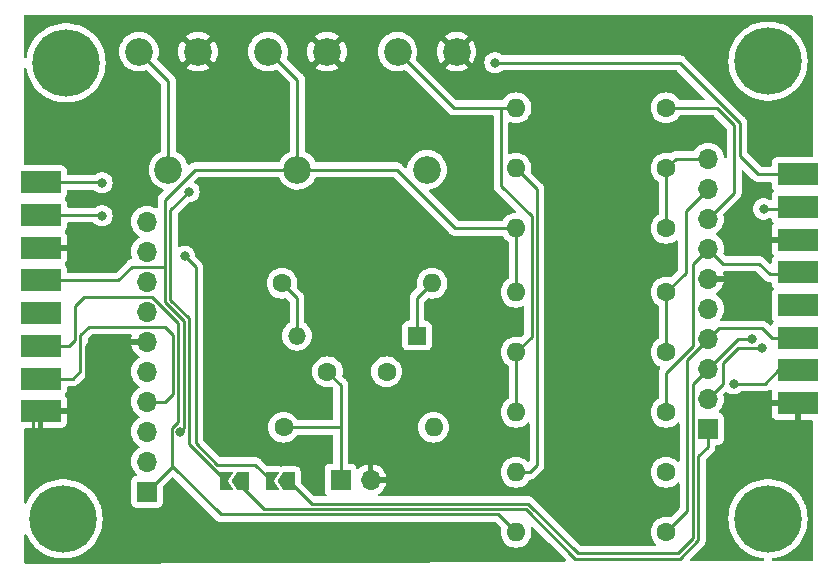
<source format=gbr>
%TF.GenerationSoftware,KiCad,Pcbnew,7.0.8*%
%TF.CreationDate,2026-01-30T16:34:37+01:00*%
%TF.ProjectId,taxanRGB,74617861-6e52-4474-922e-6b696361645f,rev?*%
%TF.SameCoordinates,Original*%
%TF.FileFunction,Copper,L1,Top*%
%TF.FilePolarity,Positive*%
%FSLAX46Y46*%
G04 Gerber Fmt 4.6, Leading zero omitted, Abs format (unit mm)*
G04 Created by KiCad (PCBNEW 7.0.8) date 2026-01-30 16:34:37*
%MOMM*%
%LPD*%
G01*
G04 APERTURE LIST*
G04 Aperture macros list*
%AMFreePoly0*
4,1,6,1.000000,0.000000,0.500000,-0.750000,-0.500000,-0.750000,-0.500000,0.750000,0.500000,0.750000,1.000000,0.000000,1.000000,0.000000,$1*%
%AMFreePoly1*
4,1,6,0.500000,-0.750000,-0.650000,-0.750000,-0.150000,0.000000,-0.650000,0.750000,0.500000,0.750000,0.500000,-0.750000,0.500000,-0.750000,$1*%
G04 Aperture macros list end*
%TA.AperFunction,ComponentPad*%
%ADD10C,2.340000*%
%TD*%
%TA.AperFunction,SMDPad,CuDef*%
%ADD11R,3.480000X1.846667*%
%TD*%
%TA.AperFunction,ComponentPad*%
%ADD12C,1.600000*%
%TD*%
%TA.AperFunction,ComponentPad*%
%ADD13O,1.600000X1.600000*%
%TD*%
%TA.AperFunction,ComponentPad*%
%ADD14C,5.700000*%
%TD*%
%TA.AperFunction,ComponentPad*%
%ADD15R,1.500000X1.500000*%
%TD*%
%TA.AperFunction,ComponentPad*%
%ADD16O,1.500000X1.500000*%
%TD*%
%TA.AperFunction,SMDPad,CuDef*%
%ADD17FreePoly0,180.000000*%
%TD*%
%TA.AperFunction,SMDPad,CuDef*%
%ADD18FreePoly1,180.000000*%
%TD*%
%TA.AperFunction,ComponentPad*%
%ADD19R,1.700000X1.700000*%
%TD*%
%TA.AperFunction,ComponentPad*%
%ADD20O,1.700000X1.700000*%
%TD*%
%TA.AperFunction,ViaPad*%
%ADD21C,0.800000*%
%TD*%
%TA.AperFunction,Conductor*%
%ADD22C,0.250000*%
%TD*%
G04 APERTURE END LIST*
D10*
%TO.P,AB1,1,1*%
%TO.N,B*%
X65151000Y-22686000D03*
%TO.P,AB1,2,2*%
X67651000Y-32686000D03*
%TO.P,AB1,3,3*%
%TO.N,GNDB*%
X70151000Y-22686000D03*
%TD*%
%TO.P,AG1,1,1*%
%TO.N,G*%
X54182000Y-22686000D03*
%TO.P,AG1,2,2*%
X56682000Y-32686000D03*
%TO.P,AG1,3,3*%
%TO.N,GNDB*%
X59182000Y-22686000D03*
%TD*%
%TO.P,AR1,1,1*%
%TO.N,R*%
X43260000Y-22686000D03*
%TO.P,AR1,2,2*%
X45760000Y-32686000D03*
%TO.P,AR1,3,3*%
%TO.N,GNDB*%
X48260000Y-22686000D03*
%TD*%
D11*
%TO.P,J2,1,1*%
%TO.N,GNDB*%
X34925000Y-53131805D03*
%TO.P,J2,2,2*%
%TO.N,R*%
X34925000Y-50361805D03*
%TO.P,J2,3,3*%
%TO.N,CSYNC*%
X34925000Y-47591805D03*
%TO.P,J2,4,4*%
%TO.N,unconnected-(J2-Pad4)*%
X34925000Y-44821805D03*
%TO.P,J2,5,5*%
%TO.N,G*%
X34925000Y-42051805D03*
%TO.P,J2,6,6*%
%TO.N,GNDB*%
X34925000Y-39281805D03*
%TO.P,J2,7,7*%
%TO.N,-5V_R*%
X34925000Y-36511805D03*
%TO.P,J2,8,8*%
%TO.N,+12V_R*%
X34925000Y-33741805D03*
%TD*%
D12*
%TO.P,C1,1*%
%TO.N,Audio*%
X64222000Y-49784000D03*
%TO.P,C1,2*%
%TO.N,Net-(J5-Pin_1)*%
X59222000Y-49784000D03*
%TD*%
%TO.P,R1,1*%
%TO.N,+12V_T*%
X55372000Y-42291000D03*
D13*
%TO.P,R1,2*%
%TO.N,CR*%
X68072000Y-42291000D03*
%TD*%
D12*
%TO.P,R6,1*%
%TO.N,XRGB4*%
X87884000Y-43053000D03*
D13*
%TO.P,R6,2*%
%TO.N,G*%
X75184000Y-43053000D03*
%TD*%
D14*
%TO.P,REF\u002A\u002A,1*%
%TO.N,N/C*%
X96520000Y-23495000D03*
%TD*%
%TO.P,REF\u002A\u002A,1*%
%TO.N,N/C*%
X96520000Y-62230000D03*
%TD*%
D15*
%TO.P,D1,1,K*%
%TO.N,CR*%
X66802000Y-46736000D03*
D16*
%TO.P,D1,2,A*%
%TO.N,+12V_T*%
X56642000Y-46736000D03*
%TD*%
D17*
%TO.P,JP2,1,A*%
%TO.N,+12V_T*%
X52070000Y-59055000D03*
D18*
%TO.P,JP2,2,B*%
%TO.N,+12V_R*%
X50620000Y-59055000D03*
%TD*%
D11*
%TO.P,J1,8,8*%
%TO.N,+12V_T*%
X99060000Y-33056000D03*
%TO.P,J1,7,7*%
%TO.N,-5V_T*%
X99060000Y-35826000D03*
%TO.P,J1,6,6*%
%TO.N,GNDB*%
X99060000Y-38596000D03*
%TO.P,J1,5,5*%
%TO.N,XRGB1*%
X99060000Y-41366000D03*
%TO.P,J1,4,4*%
%TO.N,unconnected-(J1-Pad4)*%
X99060000Y-44136000D03*
%TO.P,J1,3,3*%
%TO.N,SyncTTLLS*%
X99060000Y-46906000D03*
%TO.P,J1,2,2*%
%TO.N,XRGB4*%
X99060000Y-49676000D03*
%TO.P,J1,1,1*%
%TO.N,GNDB*%
X99060000Y-52446000D03*
%TD*%
D12*
%TO.P,R3,1*%
%TO.N,XRGB1*%
X87884000Y-58293000D03*
D13*
%TO.P,R3,2*%
%TO.N,R*%
X75184000Y-58293000D03*
%TD*%
D12*
%TO.P,R5,1*%
%TO.N,XRGB8*%
X87884000Y-37639805D03*
D13*
%TO.P,R5,2*%
%TO.N,G*%
X75184000Y-37639805D03*
%TD*%
D12*
%TO.P,R10,1*%
%TO.N,Net-(J5-Pin_1)*%
X55499000Y-54483000D03*
D13*
%TO.P,R10,2*%
%TO.N,+5V_T*%
X68199000Y-54483000D03*
%TD*%
D19*
%TO.P,J5,1,Pin_1*%
%TO.N,Net-(J5-Pin_1)*%
X60325000Y-58928000D03*
D20*
%TO.P,J5,2,Pin_2*%
%TO.N,GNDB*%
X62865000Y-58928000D03*
%TD*%
D12*
%TO.P,R7,1*%
%TO.N,XRGB2*%
X87884000Y-27432000D03*
D13*
%TO.P,R7,2*%
%TO.N,B*%
X75184000Y-27432000D03*
%TD*%
D14*
%TO.P,REF\u002A\u002A,1*%
%TO.N,N/C*%
X37084000Y-23622000D03*
%TD*%
D19*
%TO.P,J3,1,Pin_1*%
%TO.N,CSYNC*%
X43942000Y-59944000D03*
D20*
%TO.P,J3,2,Pin_2*%
%TO.N,unconnected-(J3-Pin_2-Pad2)*%
X43942000Y-57404000D03*
%TO.P,J3,3,Pin_3*%
%TO.N,G*%
X43942000Y-54864000D03*
%TO.P,J3,4,Pin_4*%
%TO.N,R*%
X43942000Y-52324000D03*
%TO.P,J3,5,Pin_5*%
%TO.N,B*%
X43942000Y-49784000D03*
%TO.P,J3,6,Pin_6*%
%TO.N,GNDB*%
X43942000Y-47244000D03*
%TO.P,J3,7,Pin_7*%
%TO.N,CR*%
X43942000Y-44704000D03*
%TO.P,J3,8,Pin_8*%
%TO.N,+12V_T*%
X43942000Y-42164000D03*
%TO.P,J3,9,Pin_9*%
%TO.N,Audio*%
X43942000Y-39624000D03*
%TO.P,J3,10,Pin_10*%
%TO.N,unconnected-(J3-Pin_10-Pad10)*%
X43942000Y-37084000D03*
%TD*%
D12*
%TO.P,R4,1*%
%TO.N,XRGB8*%
X87884000Y-32559805D03*
D13*
%TO.P,R4,2*%
%TO.N,R*%
X75184000Y-32559805D03*
%TD*%
D17*
%TO.P,JP1,1,A*%
%TO.N,-5V_T*%
X55970000Y-59055000D03*
D18*
%TO.P,JP1,2,B*%
%TO.N,-5V_R*%
X54520000Y-59055000D03*
%TD*%
D12*
%TO.P,R9,1*%
%TO.N,XRGB4*%
X87884000Y-48133000D03*
D13*
%TO.P,R9,2*%
%TO.N,B*%
X75184000Y-48133000D03*
%TD*%
D19*
%TO.P,J4,1,Pin_1*%
%TO.N,+12V_T*%
X91440000Y-54610000D03*
D20*
%TO.P,J4,2,Pin_2*%
%TO.N,-12V_T*%
X91440000Y-52070000D03*
%TO.P,J4,3,Pin_3*%
%TO.N,-5V_T*%
X91440000Y-49530000D03*
%TO.P,J4,4,Pin_4*%
%TO.N,SyncTTLLS*%
X91440000Y-46990000D03*
%TO.P,J4,5,Pin_5*%
%TO.N,+5V_T*%
X91440000Y-44450000D03*
%TO.P,J4,6,Pin_6*%
%TO.N,GNDB*%
X91440000Y-41910000D03*
%TO.P,J4,7,Pin_7*%
%TO.N,XRGB1*%
X91440000Y-39370000D03*
%TO.P,J4,8,Pin_8*%
%TO.N,XRGB2*%
X91440000Y-36830000D03*
%TO.P,J4,9,Pin_9*%
%TO.N,XRGB4*%
X91440000Y-34290000D03*
%TO.P,J4,10,Pin_10*%
%TO.N,XRGB8*%
X91440000Y-31750000D03*
%TD*%
D12*
%TO.P,R2,1*%
%TO.N,SyncTTLLS*%
X87884000Y-63373000D03*
D13*
%TO.P,R2,2*%
%TO.N,CSYNC*%
X75184000Y-63373000D03*
%TD*%
D12*
%TO.P,R8,1*%
%TO.N,XRGB1*%
X87884000Y-53213000D03*
D13*
%TO.P,R8,2*%
%TO.N,B*%
X75184000Y-53213000D03*
%TD*%
D14*
%TO.P,REF\u002A\u002A,1*%
%TO.N,N/C*%
X36830000Y-62230000D03*
%TD*%
D21*
%TO.N,GNDB*%
X95504000Y-56515000D03*
X88392000Y-40132000D03*
X93218000Y-41910000D03*
%TO.N,+12V_T*%
X73406000Y-23622000D03*
%TO.N,XRGB4*%
X93599000Y-50800000D03*
%TO.N,GNDB*%
X96083219Y-39370000D03*
X93218000Y-39370000D03*
X38354000Y-40005000D03*
X34290000Y-55880000D03*
%TO.N,-5V_T*%
X95183219Y-47017000D03*
X96139000Y-36001000D03*
%TO.N,-12V_T*%
X96012000Y-47741500D03*
%TO.N,G*%
X46773500Y-54864000D03*
%TO.N,-5V_R*%
X47117000Y-40005000D03*
X40132000Y-36576000D03*
%TO.N,+12V_R*%
X40132000Y-33782000D03*
X47498000Y-34544000D03*
%TD*%
D22*
%TO.N,GNDB*%
X43942000Y-47244000D02*
X39116000Y-47244000D01*
X39116000Y-47244000D02*
X38746000Y-47614000D01*
X38746000Y-47614000D02*
X38746000Y-52821000D01*
X38746000Y-52821000D02*
X38435195Y-53131805D01*
X38435195Y-53131805D02*
X34925000Y-53131805D01*
X38354000Y-40005000D02*
X37630805Y-39281805D01*
X37630805Y-39281805D02*
X34925000Y-39281805D01*
%TO.N,-5V_R*%
X47117000Y-40005000D02*
X48051161Y-40939161D01*
X48051161Y-40939161D02*
X48051161Y-55849765D01*
X48051161Y-55849765D02*
X49859396Y-57658000D01*
X49859396Y-57658000D02*
X53123000Y-57658000D01*
X53123000Y-57658000D02*
X54520000Y-59055000D01*
%TO.N,CSYNC*%
X75184000Y-63373000D02*
X73671000Y-61860000D01*
X73671000Y-61860000D02*
X50176000Y-61860000D01*
X50176000Y-61860000D02*
X46048500Y-57732500D01*
%TO.N,SyncTTLLS*%
X87884000Y-63373000D02*
X89662000Y-61595000D01*
X89662000Y-61595000D02*
X89662000Y-48768000D01*
X89662000Y-48768000D02*
X91440000Y-46990000D01*
%TO.N,-5V_T*%
X90170000Y-63879604D02*
X90170000Y-50800000D01*
X88898604Y-65151000D02*
X90170000Y-63879604D01*
X57875000Y-60960000D02*
X76200000Y-60960000D01*
X80391000Y-65151000D02*
X88898604Y-65151000D01*
X76200000Y-60960000D02*
X80391000Y-65151000D01*
X90170000Y-50800000D02*
X91440000Y-49530000D01*
X55970000Y-59055000D02*
X57875000Y-60960000D01*
%TO.N,+12V_T*%
X90620000Y-56954000D02*
X91440000Y-56134000D01*
X89085000Y-65601000D02*
X90620000Y-64066000D01*
X91440000Y-56134000D02*
X91440000Y-54610000D01*
X80204604Y-65601000D02*
X89085000Y-65601000D01*
X52070000Y-59055000D02*
X52070000Y-59637000D01*
X53843000Y-61410000D02*
X76013604Y-61410000D01*
X52070000Y-59637000D02*
X53843000Y-61410000D01*
X90620000Y-64066000D02*
X90620000Y-56954000D01*
X76013604Y-61410000D02*
X80204604Y-65601000D01*
%TO.N,XRGB1*%
X91440000Y-39370000D02*
X90170000Y-40640000D01*
X90170000Y-40640000D02*
X90170000Y-47623604D01*
X90170000Y-47623604D02*
X87884000Y-49909604D01*
X87884000Y-49909604D02*
X87884000Y-53213000D01*
%TO.N,GNDB*%
X93218000Y-41910000D02*
X91440000Y-41910000D01*
%TO.N,-5V_T*%
X96139000Y-36001000D02*
X98955500Y-36001000D01*
%TO.N,XRGB1*%
X91440000Y-39370000D02*
X92710000Y-40640000D01*
X95758000Y-40640000D02*
X96659000Y-41541000D01*
X92710000Y-40640000D02*
X95758000Y-40640000D01*
X96659000Y-41541000D02*
X98955500Y-41541000D01*
%TO.N,GNDB*%
X96083219Y-39370000D02*
X96857219Y-38596000D01*
X96857219Y-38596000D02*
X99060000Y-38596000D01*
X93218000Y-39370000D02*
X96083219Y-39370000D01*
%TO.N,R*%
X43942000Y-52324000D02*
X45466000Y-52324000D01*
X45466000Y-52324000D02*
X46148000Y-51642000D01*
X46148000Y-46656000D02*
X45466000Y-45974000D01*
X46148000Y-51642000D02*
X46148000Y-46656000D01*
X45466000Y-45974000D02*
X38989000Y-45974000D01*
X37649195Y-50361805D02*
X34925000Y-50361805D01*
X38989000Y-45974000D02*
X38296000Y-46667000D01*
X38296000Y-46667000D02*
X38296000Y-49715000D01*
X38296000Y-49715000D02*
X37649195Y-50361805D01*
%TO.N,CSYNC*%
X34309305Y-47591805D02*
X37371195Y-47591805D01*
X46048500Y-54563695D02*
X46048500Y-57837500D01*
X37371195Y-47591805D02*
X37846000Y-47117000D01*
X37846000Y-47117000D02*
X37846000Y-44196000D01*
X37846000Y-44196000D02*
X38608000Y-43434000D01*
X46598000Y-45640973D02*
X46598000Y-54014195D01*
X38608000Y-43434000D02*
X44391027Y-43434000D01*
X44391027Y-43434000D02*
X46598000Y-45640973D01*
X46598000Y-54014195D02*
X46048500Y-54563695D01*
X46048500Y-57837500D02*
X43942000Y-59944000D01*
%TO.N,+12V_T*%
X73406000Y-23622000D02*
X89027000Y-23622000D01*
X94107000Y-28702000D02*
X94107000Y-31496000D01*
X89027000Y-23622000D02*
X94107000Y-28702000D01*
X94107000Y-31496000D02*
X95667000Y-33056000D01*
X95667000Y-33056000D02*
X99060000Y-33056000D01*
%TO.N,SyncTTLLS*%
X91440000Y-46990000D02*
X92329000Y-46101000D01*
X92329000Y-46101000D02*
X96012000Y-46101000D01*
X96817000Y-46906000D02*
X99060000Y-46906000D01*
X96012000Y-46101000D02*
X96817000Y-46906000D01*
%TO.N,-5V_T*%
X95183219Y-47017000D02*
X93953000Y-47017000D01*
X93953000Y-47017000D02*
X91440000Y-49530000D01*
%TO.N,Net-(J5-Pin_1)*%
X59222000Y-49784000D02*
X60325000Y-50887000D01*
X60325000Y-50887000D02*
X60325000Y-54483000D01*
X60325000Y-58928000D02*
X60325000Y-54483000D01*
X60325000Y-54483000D02*
X55499000Y-54483000D01*
%TO.N,CR*%
X68072000Y-42291000D02*
X66802000Y-43561000D01*
X66802000Y-43561000D02*
X66802000Y-46736000D01*
%TO.N,+12V_T*%
X55372000Y-42291000D02*
X56642000Y-43561000D01*
X56642000Y-43561000D02*
X56642000Y-46736000D01*
%TO.N,XRGB4*%
X97390000Y-49676000D02*
X99060000Y-49676000D01*
X91440000Y-34290000D02*
X89535000Y-36195000D01*
X89535000Y-36195000D02*
X89535000Y-41402000D01*
X96266000Y-50800000D02*
X97390000Y-49676000D01*
X93599000Y-50800000D02*
X96266000Y-50800000D01*
X89535000Y-41402000D02*
X87884000Y-43053000D01*
X87884000Y-43053000D02*
X87884000Y-48133000D01*
%TO.N,GNDB*%
X34290000Y-55880000D02*
X34290000Y-53766805D01*
X34290000Y-53766805D02*
X34925000Y-53131805D01*
X34572046Y-53131805D02*
X34925000Y-53131805D01*
%TO.N,XRGB2*%
X87884000Y-27432000D02*
X92163208Y-27432000D01*
X93657000Y-34613000D02*
X91440000Y-36830000D01*
X92163208Y-27432000D02*
X93657000Y-28925792D01*
X93657000Y-28925792D02*
X93657000Y-34613000D01*
%TO.N,XRGB8*%
X87884000Y-32559805D02*
X87884000Y-37639805D01*
X91440000Y-31750000D02*
X88693805Y-31750000D01*
X88693805Y-31750000D02*
X87884000Y-32559805D01*
%TO.N,-12V_T*%
X92710000Y-50800000D02*
X91440000Y-52070000D01*
X93990500Y-47741500D02*
X92710000Y-49022000D01*
X96012000Y-47741500D02*
X93990500Y-47741500D01*
X92710000Y-49022000D02*
X92710000Y-50800000D01*
%TO.N,R*%
X45760000Y-25186000D02*
X45760000Y-32686000D01*
X75184000Y-58293000D02*
X76327000Y-58293000D01*
X76962000Y-34337805D02*
X75184000Y-32559805D01*
X76962000Y-57658000D02*
X76962000Y-34337805D01*
X43260000Y-22686000D02*
X45760000Y-25186000D01*
X76327000Y-58293000D02*
X76962000Y-57658000D01*
%TO.N,CSYNC*%
X44196000Y-59690000D02*
X43942000Y-59944000D01*
%TO.N,G*%
X75184000Y-37639805D02*
X75184000Y-43053000D01*
X34925000Y-42051805D02*
X41514195Y-42051805D01*
X45466000Y-40894000D02*
X45466000Y-35219242D01*
X54142000Y-22512000D02*
X56682000Y-25052000D01*
X41514195Y-42051805D02*
X42672000Y-40894000D01*
X70024805Y-37639805D02*
X75184000Y-37639805D01*
X45466000Y-43872577D02*
X45466000Y-35219242D01*
X47048000Y-45454577D02*
X45466000Y-43872577D01*
X47999242Y-32686000D02*
X56682000Y-32686000D01*
X46773500Y-54864000D02*
X47048000Y-54589500D01*
X42672000Y-40894000D02*
X45466000Y-40894000D01*
X65071000Y-32686000D02*
X70024805Y-37639805D01*
X56682000Y-32686000D02*
X65071000Y-32686000D01*
X56682000Y-25052000D02*
X56682000Y-32686000D01*
X47048000Y-54589500D02*
X47048000Y-45454577D01*
X45466000Y-35219242D02*
X47999242Y-32686000D01*
%TO.N,-5V_R*%
X40067805Y-36511805D02*
X34925000Y-36511805D01*
X40132000Y-36576000D02*
X40067805Y-36511805D01*
%TO.N,+12V_R*%
X47498000Y-34544000D02*
X45916000Y-36126000D01*
X40091805Y-33741805D02*
X34925000Y-33741805D01*
X45916000Y-36126000D02*
X45916000Y-43686181D01*
X40132000Y-33782000D02*
X40091805Y-33741805D01*
X45916000Y-43686181D02*
X47498500Y-45268681D01*
X47498500Y-45268681D02*
X47498500Y-55933500D01*
X47498500Y-55933500D02*
X50620000Y-59055000D01*
%TO.N,B*%
X73914000Y-27432000D02*
X73914000Y-34036000D01*
X76512000Y-46805000D02*
X75184000Y-48133000D01*
X76512000Y-36634000D02*
X76512000Y-46805000D01*
X69897000Y-27432000D02*
X75184000Y-27432000D01*
X75184000Y-27432000D02*
X73914000Y-27432000D01*
X75184000Y-27432000D02*
X75184000Y-27813000D01*
X73914000Y-34036000D02*
X76512000Y-36634000D01*
X75184000Y-48133000D02*
X75184000Y-53213000D01*
X65151000Y-22686000D02*
X69897000Y-27432000D01*
%TD*%
%TA.AperFunction,Conductor*%
%TO.N,GNDB*%
G36*
X42625373Y-46619185D02*
G01*
X42671128Y-46671989D01*
X42681072Y-46741147D01*
X42670716Y-46775904D01*
X42668571Y-46780502D01*
X42668567Y-46780513D01*
X42611364Y-46993999D01*
X42611364Y-46994000D01*
X43508314Y-46994000D01*
X43482507Y-47034156D01*
X43442000Y-47172111D01*
X43442000Y-47315889D01*
X43482507Y-47453844D01*
X43508314Y-47494000D01*
X42611364Y-47494000D01*
X42668567Y-47707486D01*
X42668570Y-47707492D01*
X42768399Y-47921578D01*
X42903894Y-48115082D01*
X43070917Y-48282105D01*
X43256595Y-48412119D01*
X43300219Y-48466696D01*
X43307412Y-48536195D01*
X43275890Y-48598549D01*
X43256595Y-48615269D01*
X43070594Y-48745508D01*
X42903505Y-48912597D01*
X42767965Y-49106169D01*
X42767964Y-49106171D01*
X42668098Y-49320335D01*
X42668094Y-49320344D01*
X42606938Y-49548586D01*
X42606936Y-49548596D01*
X42586341Y-49783999D01*
X42586341Y-49784000D01*
X42606936Y-50019403D01*
X42606938Y-50019413D01*
X42668094Y-50247655D01*
X42668096Y-50247659D01*
X42668097Y-50247663D01*
X42756262Y-50436732D01*
X42767965Y-50461830D01*
X42767967Y-50461834D01*
X42852997Y-50583268D01*
X42897767Y-50647207D01*
X42903501Y-50655395D01*
X42903506Y-50655402D01*
X43070597Y-50822493D01*
X43070603Y-50822498D01*
X43256158Y-50952425D01*
X43299783Y-51007002D01*
X43306977Y-51076500D01*
X43275454Y-51138855D01*
X43256158Y-51155575D01*
X43070597Y-51285505D01*
X42903505Y-51452597D01*
X42767965Y-51646169D01*
X42767964Y-51646171D01*
X42668098Y-51860335D01*
X42668094Y-51860344D01*
X42606938Y-52088586D01*
X42606936Y-52088596D01*
X42586341Y-52323999D01*
X42586341Y-52324000D01*
X42606936Y-52559403D01*
X42606938Y-52559413D01*
X42668094Y-52787655D01*
X42668096Y-52787659D01*
X42668097Y-52787663D01*
X42742262Y-52946709D01*
X42767965Y-53001830D01*
X42767967Y-53001834D01*
X42876281Y-53156521D01*
X42903501Y-53195396D01*
X42903506Y-53195402D01*
X43070597Y-53362493D01*
X43070603Y-53362498D01*
X43256158Y-53492425D01*
X43299783Y-53547002D01*
X43306977Y-53616500D01*
X43275454Y-53678855D01*
X43256158Y-53695575D01*
X43070597Y-53825505D01*
X42903505Y-53992597D01*
X42767965Y-54186169D01*
X42767964Y-54186171D01*
X42668098Y-54400335D01*
X42668094Y-54400344D01*
X42606938Y-54628586D01*
X42606936Y-54628596D01*
X42586341Y-54863999D01*
X42586341Y-54864000D01*
X42606936Y-55099403D01*
X42606938Y-55099413D01*
X42668094Y-55327655D01*
X42668096Y-55327659D01*
X42668097Y-55327663D01*
X42721819Y-55442869D01*
X42767965Y-55541830D01*
X42767967Y-55541834D01*
X42903501Y-55735395D01*
X42903506Y-55735402D01*
X43070597Y-55902493D01*
X43070603Y-55902498D01*
X43256158Y-56032425D01*
X43299783Y-56087002D01*
X43306977Y-56156500D01*
X43275454Y-56218855D01*
X43256158Y-56235575D01*
X43070597Y-56365505D01*
X42903505Y-56532597D01*
X42767965Y-56726169D01*
X42767964Y-56726171D01*
X42668098Y-56940335D01*
X42668094Y-56940344D01*
X42606938Y-57168586D01*
X42606936Y-57168596D01*
X42586341Y-57403999D01*
X42586341Y-57404000D01*
X42606936Y-57639403D01*
X42606938Y-57639413D01*
X42668094Y-57867655D01*
X42668096Y-57867659D01*
X42668097Y-57867663D01*
X42743856Y-58030128D01*
X42767965Y-58081830D01*
X42767967Y-58081834D01*
X42811347Y-58143786D01*
X42886014Y-58250422D01*
X42903501Y-58275395D01*
X42903506Y-58275402D01*
X43025430Y-58397326D01*
X43058915Y-58458649D01*
X43053931Y-58528341D01*
X43012059Y-58584274D01*
X42981083Y-58601189D01*
X42849669Y-58650203D01*
X42849664Y-58650206D01*
X42734455Y-58736452D01*
X42734452Y-58736455D01*
X42648206Y-58851664D01*
X42648202Y-58851671D01*
X42597908Y-58986517D01*
X42591501Y-59046116D01*
X42591500Y-59046135D01*
X42591500Y-60841870D01*
X42591501Y-60841876D01*
X42597908Y-60901483D01*
X42648202Y-61036328D01*
X42648206Y-61036335D01*
X42734452Y-61151544D01*
X42734455Y-61151547D01*
X42849664Y-61237793D01*
X42849671Y-61237797D01*
X42984517Y-61288091D01*
X42984516Y-61288091D01*
X42991444Y-61288835D01*
X43044127Y-61294500D01*
X44839872Y-61294499D01*
X44899483Y-61288091D01*
X45034331Y-61237796D01*
X45149546Y-61151546D01*
X45235796Y-61036331D01*
X45286091Y-60901483D01*
X45292500Y-60841873D01*
X45292499Y-59529451D01*
X45312184Y-59462413D01*
X45328813Y-59441776D01*
X46013320Y-58757269D01*
X46074641Y-58723786D01*
X46144333Y-58728770D01*
X46188680Y-58757271D01*
X49675197Y-62243788D01*
X49685022Y-62256051D01*
X49685243Y-62255869D01*
X49690214Y-62261878D01*
X49716217Y-62286295D01*
X49740635Y-62309226D01*
X49761529Y-62330120D01*
X49767011Y-62334373D01*
X49771443Y-62338157D01*
X49805418Y-62370062D01*
X49822976Y-62379714D01*
X49839235Y-62390395D01*
X49855064Y-62402673D01*
X49897838Y-62421182D01*
X49903056Y-62423738D01*
X49943908Y-62446197D01*
X49963316Y-62451180D01*
X49981717Y-62457480D01*
X50000104Y-62465437D01*
X50043488Y-62472308D01*
X50046119Y-62472725D01*
X50051839Y-62473909D01*
X50096981Y-62485500D01*
X50117016Y-62485500D01*
X50136414Y-62487026D01*
X50156194Y-62490159D01*
X50156195Y-62490160D01*
X50156195Y-62490159D01*
X50156196Y-62490160D01*
X50202584Y-62485775D01*
X50208422Y-62485500D01*
X73360548Y-62485500D01*
X73427587Y-62505185D01*
X73448229Y-62521819D01*
X73884586Y-62958177D01*
X73918071Y-63019500D01*
X73916680Y-63077949D01*
X73898367Y-63146296D01*
X73898364Y-63146313D01*
X73878532Y-63372999D01*
X73878532Y-63373001D01*
X73898364Y-63599686D01*
X73898366Y-63599697D01*
X73957258Y-63819488D01*
X73957261Y-63819497D01*
X74053431Y-64025732D01*
X74053432Y-64025734D01*
X74183954Y-64212141D01*
X74344858Y-64373045D01*
X74344861Y-64373047D01*
X74531266Y-64503568D01*
X74737504Y-64599739D01*
X74957308Y-64658635D01*
X75119230Y-64672801D01*
X75183998Y-64678468D01*
X75184000Y-64678468D01*
X75184002Y-64678468D01*
X75240673Y-64673509D01*
X75410692Y-64658635D01*
X75630496Y-64599739D01*
X75836734Y-64503568D01*
X76023139Y-64373047D01*
X76184047Y-64212139D01*
X76314568Y-64025734D01*
X76410739Y-63819496D01*
X76469635Y-63599692D01*
X76489468Y-63373000D01*
X76469635Y-63146308D01*
X76444578Y-63052793D01*
X76446241Y-62982945D01*
X76485404Y-62925082D01*
X76549632Y-62897578D01*
X76618534Y-62909164D01*
X76652033Y-62933019D01*
X78017105Y-64298092D01*
X79373347Y-65654334D01*
X79406832Y-65715657D01*
X79401848Y-65785349D01*
X79359976Y-65841282D01*
X79294512Y-65865699D01*
X79286137Y-65866014D01*
X33652471Y-66039526D01*
X33585358Y-66020097D01*
X33539402Y-65967467D01*
X33528000Y-65915527D01*
X33528000Y-63640857D01*
X33547685Y-63573818D01*
X33600489Y-63528063D01*
X33669647Y-63518119D01*
X33733203Y-63547144D01*
X33767193Y-63594961D01*
X33784697Y-63638895D01*
X33784706Y-63638913D01*
X33954878Y-63959892D01*
X33954881Y-63959897D01*
X33954883Y-63959900D01*
X34006824Y-64036507D01*
X34158772Y-64260613D01*
X34256054Y-64375142D01*
X34393979Y-64537521D01*
X34657746Y-64787375D01*
X34946981Y-65007245D01*
X35258292Y-65194555D01*
X35258294Y-65194556D01*
X35258296Y-65194557D01*
X35258300Y-65194559D01*
X35588020Y-65347103D01*
X35588031Y-65347108D01*
X35932330Y-65463116D01*
X36287153Y-65541218D01*
X36648341Y-65580500D01*
X36648347Y-65580500D01*
X37011653Y-65580500D01*
X37011659Y-65580500D01*
X37372847Y-65541218D01*
X37727670Y-65463116D01*
X38071969Y-65347108D01*
X38401708Y-65194555D01*
X38713019Y-65007245D01*
X39002254Y-64787375D01*
X39266021Y-64537521D01*
X39501227Y-64260614D01*
X39705117Y-63959900D01*
X39875298Y-63638905D01*
X40009775Y-63301391D01*
X40106973Y-62951316D01*
X40135832Y-62775285D01*
X40165749Y-62592799D01*
X40165751Y-62592782D01*
X40185421Y-62230002D01*
X40185421Y-62229997D01*
X40165751Y-61867217D01*
X40165749Y-61867200D01*
X40106975Y-61508696D01*
X40106974Y-61508695D01*
X40106973Y-61508684D01*
X40047505Y-61294499D01*
X40009778Y-61158618D01*
X40009773Y-61158603D01*
X39892807Y-60865039D01*
X39875298Y-60821095D01*
X39735879Y-60558123D01*
X39705121Y-60500107D01*
X39705119Y-60500104D01*
X39705117Y-60500100D01*
X39501227Y-60199386D01*
X39266021Y-59922479D01*
X39002254Y-59672625D01*
X39002244Y-59672617D01*
X38904702Y-59598468D01*
X38713019Y-59452755D01*
X38401708Y-59265445D01*
X38401707Y-59265444D01*
X38401703Y-59265442D01*
X38401699Y-59265440D01*
X38071979Y-59112896D01*
X38071974Y-59112894D01*
X38071969Y-59112892D01*
X37873818Y-59046127D01*
X37727669Y-58996883D01*
X37372845Y-58918781D01*
X37011660Y-58879500D01*
X37011659Y-58879500D01*
X36648341Y-58879500D01*
X36648339Y-58879500D01*
X36287154Y-58918781D01*
X35932330Y-58996883D01*
X35666178Y-59086560D01*
X35588031Y-59112892D01*
X35588028Y-59112893D01*
X35588020Y-59112896D01*
X35258300Y-59265440D01*
X35258296Y-59265442D01*
X35048811Y-59391486D01*
X34946981Y-59452755D01*
X34913652Y-59478091D01*
X34657755Y-59672617D01*
X34657745Y-59672625D01*
X34393978Y-59922479D01*
X34158772Y-60199386D01*
X33954884Y-60500098D01*
X33954878Y-60500107D01*
X33784706Y-60821086D01*
X33784700Y-60821098D01*
X33767193Y-60865039D01*
X33724093Y-60920031D01*
X33658103Y-60942992D01*
X33590176Y-60926631D01*
X33541878Y-60876143D01*
X33528000Y-60819142D01*
X33528000Y-54679139D01*
X33547685Y-54612100D01*
X33600489Y-54566345D01*
X33652000Y-54555139D01*
X34675000Y-54555139D01*
X34675000Y-53381805D01*
X35175000Y-53381805D01*
X35175000Y-54555139D01*
X36712828Y-54555139D01*
X36712844Y-54555138D01*
X36772372Y-54548737D01*
X36772379Y-54548735D01*
X36907086Y-54498493D01*
X36907093Y-54498489D01*
X37022187Y-54412329D01*
X37022190Y-54412326D01*
X37108350Y-54297232D01*
X37108354Y-54297225D01*
X37158596Y-54162518D01*
X37158598Y-54162511D01*
X37164999Y-54102983D01*
X37165000Y-54102966D01*
X37165000Y-53381805D01*
X35175000Y-53381805D01*
X34675000Y-53381805D01*
X34675000Y-53005805D01*
X34694685Y-52938766D01*
X34747489Y-52893011D01*
X34799000Y-52881805D01*
X37165000Y-52881805D01*
X37165000Y-52160643D01*
X37164999Y-52160626D01*
X37158598Y-52101098D01*
X37158596Y-52101091D01*
X37108354Y-51966384D01*
X37108350Y-51966377D01*
X37022190Y-51851283D01*
X37022189Y-51851282D01*
X37015646Y-51846384D01*
X36973774Y-51790451D01*
X36968790Y-51720759D01*
X37002275Y-51659436D01*
X37015641Y-51647853D01*
X37022546Y-51642685D01*
X37108796Y-51527470D01*
X37159091Y-51392622D01*
X37165500Y-51333012D01*
X37165500Y-51111305D01*
X37185185Y-51044266D01*
X37237989Y-50998511D01*
X37289500Y-50987305D01*
X37566452Y-50987305D01*
X37582072Y-50989029D01*
X37582099Y-50988744D01*
X37589855Y-50989476D01*
X37589862Y-50989478D01*
X37659009Y-50987305D01*
X37688545Y-50987305D01*
X37695423Y-50986435D01*
X37701236Y-50985977D01*
X37747822Y-50984514D01*
X37767064Y-50978922D01*
X37786107Y-50974979D01*
X37805987Y-50972469D01*
X37849317Y-50955312D01*
X37854841Y-50953422D01*
X37858591Y-50952332D01*
X37899585Y-50940423D01*
X37916824Y-50930227D01*
X37934298Y-50921667D01*
X37952922Y-50914293D01*
X37952922Y-50914292D01*
X37952927Y-50914291D01*
X37990644Y-50886887D01*
X37995500Y-50883697D01*
X38035615Y-50859975D01*
X38049784Y-50845804D01*
X38064574Y-50833173D01*
X38080782Y-50821399D01*
X38110494Y-50785481D01*
X38114407Y-50781181D01*
X38679787Y-50215802D01*
X38692042Y-50205986D01*
X38691859Y-50205764D01*
X38697866Y-50200792D01*
X38697877Y-50200786D01*
X38728775Y-50167882D01*
X38745227Y-50150364D01*
X38755671Y-50139918D01*
X38766120Y-50129471D01*
X38770379Y-50123978D01*
X38774152Y-50119561D01*
X38806062Y-50085582D01*
X38815713Y-50068024D01*
X38826396Y-50051761D01*
X38838673Y-50035936D01*
X38857185Y-49993153D01*
X38859738Y-49987941D01*
X38882197Y-49947092D01*
X38887180Y-49927680D01*
X38893481Y-49909280D01*
X38901437Y-49890896D01*
X38908729Y-49844852D01*
X38909906Y-49839171D01*
X38921500Y-49794019D01*
X38921500Y-49773983D01*
X38923027Y-49754582D01*
X38926160Y-49734804D01*
X38921775Y-49688415D01*
X38921500Y-49682577D01*
X38921500Y-46977452D01*
X38941185Y-46910413D01*
X38957819Y-46889771D01*
X39211772Y-46635819D01*
X39273095Y-46602334D01*
X39299453Y-46599500D01*
X42558334Y-46599500D01*
X42625373Y-46619185D01*
G37*
%TD.AperFunction*%
%TA.AperFunction,Conductor*%
G36*
X96772805Y-51311190D02*
G01*
X96816568Y-51365657D01*
X96825229Y-51426200D01*
X96820000Y-51474837D01*
X96820000Y-52196000D01*
X99186000Y-52196000D01*
X99253039Y-52215685D01*
X99298794Y-52268489D01*
X99310000Y-52320000D01*
X99310000Y-53869334D01*
X100206000Y-53869334D01*
X100273039Y-53889019D01*
X100318794Y-53941823D01*
X100330000Y-53993334D01*
X100330000Y-65662470D01*
X100310315Y-65729509D01*
X100257511Y-65775264D01*
X100206471Y-65786469D01*
X96982593Y-65798727D01*
X96915480Y-65779298D01*
X96869524Y-65726668D01*
X96859318Y-65657548D01*
X96888101Y-65593882D01*
X96946735Y-65555885D01*
X96968710Y-65551456D01*
X97062847Y-65541218D01*
X97417670Y-65463116D01*
X97761969Y-65347108D01*
X98091708Y-65194555D01*
X98403019Y-65007245D01*
X98692254Y-64787375D01*
X98956021Y-64537521D01*
X99191227Y-64260614D01*
X99395117Y-63959900D01*
X99565298Y-63638905D01*
X99699775Y-63301391D01*
X99796973Y-62951316D01*
X99825832Y-62775285D01*
X99855749Y-62592799D01*
X99855751Y-62592782D01*
X99875421Y-62230002D01*
X99875421Y-62229997D01*
X99855751Y-61867217D01*
X99855749Y-61867200D01*
X99796975Y-61508696D01*
X99796974Y-61508695D01*
X99796973Y-61508684D01*
X99737505Y-61294499D01*
X99699778Y-61158618D01*
X99699773Y-61158603D01*
X99582807Y-60865039D01*
X99565298Y-60821095D01*
X99425879Y-60558123D01*
X99395121Y-60500107D01*
X99395119Y-60500104D01*
X99395117Y-60500100D01*
X99191227Y-60199386D01*
X98956021Y-59922479D01*
X98692254Y-59672625D01*
X98692244Y-59672617D01*
X98594702Y-59598468D01*
X98403019Y-59452755D01*
X98091708Y-59265445D01*
X98091707Y-59265444D01*
X98091703Y-59265442D01*
X98091699Y-59265440D01*
X97761979Y-59112896D01*
X97761974Y-59112894D01*
X97761969Y-59112892D01*
X97563818Y-59046127D01*
X97417669Y-58996883D01*
X97062845Y-58918781D01*
X96701660Y-58879500D01*
X96701659Y-58879500D01*
X96338341Y-58879500D01*
X96338339Y-58879500D01*
X95977154Y-58918781D01*
X95622330Y-58996883D01*
X95356178Y-59086560D01*
X95278031Y-59112892D01*
X95278028Y-59112893D01*
X95278020Y-59112896D01*
X94948300Y-59265440D01*
X94948296Y-59265442D01*
X94738811Y-59391486D01*
X94636981Y-59452755D01*
X94603652Y-59478091D01*
X94347755Y-59672617D01*
X94347745Y-59672625D01*
X94083978Y-59922479D01*
X93848772Y-60199386D01*
X93644884Y-60500098D01*
X93644878Y-60500107D01*
X93474706Y-60821086D01*
X93474700Y-60821098D01*
X93340226Y-61158603D01*
X93340221Y-61158618D01*
X93243030Y-61508670D01*
X93243024Y-61508696D01*
X93184250Y-61867200D01*
X93184248Y-61867217D01*
X93164579Y-62229997D01*
X93164579Y-62230002D01*
X93184248Y-62592782D01*
X93184250Y-62592799D01*
X93243024Y-62951303D01*
X93243030Y-62951329D01*
X93340221Y-63301381D01*
X93340226Y-63301396D01*
X93474700Y-63638901D01*
X93474706Y-63638913D01*
X93644878Y-63959892D01*
X93644881Y-63959897D01*
X93644883Y-63959900D01*
X93696824Y-64036507D01*
X93848772Y-64260613D01*
X93946054Y-64375142D01*
X94083979Y-64537521D01*
X94347746Y-64787375D01*
X94636981Y-65007245D01*
X94948292Y-65194555D01*
X94948294Y-65194556D01*
X94948296Y-65194557D01*
X94948300Y-65194559D01*
X95278020Y-65347103D01*
X95278031Y-65347108D01*
X95622330Y-65463116D01*
X95977153Y-65541218D01*
X96071280Y-65551455D01*
X96102505Y-65554851D01*
X96167023Y-65581668D01*
X96206801Y-65639110D01*
X96209208Y-65708938D01*
X96173482Y-65768983D01*
X96110964Y-65800181D01*
X96089569Y-65802123D01*
X90045315Y-65825104D01*
X89978202Y-65805675D01*
X89932246Y-65753045D01*
X89922040Y-65683925D01*
X89950823Y-65620259D01*
X89957133Y-65613455D01*
X91003787Y-64566802D01*
X91016042Y-64556986D01*
X91015859Y-64556764D01*
X91021866Y-64551792D01*
X91021877Y-64551786D01*
X91052775Y-64518882D01*
X91069227Y-64501364D01*
X91079671Y-64490918D01*
X91090120Y-64480471D01*
X91094379Y-64474978D01*
X91098152Y-64470561D01*
X91130062Y-64436582D01*
X91139715Y-64419020D01*
X91150389Y-64402770D01*
X91162673Y-64386936D01*
X91181180Y-64344167D01*
X91183749Y-64338924D01*
X91206196Y-64298093D01*
X91206197Y-64298092D01*
X91211177Y-64278691D01*
X91217478Y-64260288D01*
X91225438Y-64241896D01*
X91232730Y-64195849D01*
X91233911Y-64190152D01*
X91245500Y-64145019D01*
X91245500Y-64124983D01*
X91247027Y-64105582D01*
X91250160Y-64085804D01*
X91245775Y-64039415D01*
X91245500Y-64033577D01*
X91245500Y-57264452D01*
X91265185Y-57197413D01*
X91281819Y-57176771D01*
X91539747Y-56918843D01*
X91823788Y-56634801D01*
X91836042Y-56624986D01*
X91835859Y-56624764D01*
X91841866Y-56619792D01*
X91841877Y-56619786D01*
X91872775Y-56586882D01*
X91889227Y-56569364D01*
X91899671Y-56558918D01*
X91910120Y-56548471D01*
X91914379Y-56542978D01*
X91918152Y-56538561D01*
X91950062Y-56504582D01*
X91959713Y-56487024D01*
X91970396Y-56470761D01*
X91982673Y-56454936D01*
X92001185Y-56412153D01*
X92003738Y-56406941D01*
X92026197Y-56366092D01*
X92031180Y-56346680D01*
X92037481Y-56328280D01*
X92045437Y-56309896D01*
X92052729Y-56263852D01*
X92053906Y-56258171D01*
X92065500Y-56213019D01*
X92065500Y-56192983D01*
X92067027Y-56173582D01*
X92070160Y-56153804D01*
X92065775Y-56107415D01*
X92065500Y-56101577D01*
X92065500Y-56084499D01*
X92085185Y-56017460D01*
X92137989Y-55971705D01*
X92189500Y-55960499D01*
X92337871Y-55960499D01*
X92337872Y-55960499D01*
X92397483Y-55954091D01*
X92532331Y-55903796D01*
X92647546Y-55817546D01*
X92733796Y-55702331D01*
X92784091Y-55567483D01*
X92790500Y-55507873D01*
X92790499Y-53712128D01*
X92784091Y-53652517D01*
X92780861Y-53643858D01*
X92733797Y-53517671D01*
X92733793Y-53517664D01*
X92647547Y-53402455D01*
X92647544Y-53402452D01*
X92532335Y-53316206D01*
X92532328Y-53316202D01*
X92400917Y-53267189D01*
X92344983Y-53225318D01*
X92320566Y-53159853D01*
X92335418Y-53091580D01*
X92356563Y-53063332D01*
X92478495Y-52941401D01*
X92614035Y-52747830D01*
X92638204Y-52696000D01*
X96820000Y-52696000D01*
X96820000Y-53417178D01*
X96826401Y-53476706D01*
X96826403Y-53476713D01*
X96876645Y-53611420D01*
X96876649Y-53611427D01*
X96962809Y-53726521D01*
X96962812Y-53726524D01*
X97077906Y-53812684D01*
X97077913Y-53812688D01*
X97212620Y-53862930D01*
X97212627Y-53862932D01*
X97272155Y-53869333D01*
X97272172Y-53869334D01*
X98810000Y-53869334D01*
X98810000Y-52696000D01*
X96820000Y-52696000D01*
X92638204Y-52696000D01*
X92713903Y-52533663D01*
X92775063Y-52305408D01*
X92795659Y-52070000D01*
X92775063Y-51834592D01*
X92748143Y-51734125D01*
X92749806Y-51664277D01*
X92780234Y-51614355D01*
X92876875Y-51517713D01*
X92938193Y-51484232D01*
X93007885Y-51489216D01*
X93037437Y-51505080D01*
X93146265Y-51584148D01*
X93146270Y-51584151D01*
X93319192Y-51661142D01*
X93319197Y-51661144D01*
X93504354Y-51700500D01*
X93504355Y-51700500D01*
X93693644Y-51700500D01*
X93693646Y-51700500D01*
X93878803Y-51661144D01*
X94051730Y-51584151D01*
X94204871Y-51472888D01*
X94207788Y-51469647D01*
X94210600Y-51466526D01*
X94270087Y-51429879D01*
X94302748Y-51425500D01*
X96183257Y-51425500D01*
X96198877Y-51427224D01*
X96198904Y-51426939D01*
X96206660Y-51427671D01*
X96206667Y-51427673D01*
X96275814Y-51425500D01*
X96305350Y-51425500D01*
X96312228Y-51424630D01*
X96318041Y-51424172D01*
X96364627Y-51422709D01*
X96383869Y-51417117D01*
X96402912Y-51413174D01*
X96422792Y-51410664D01*
X96466122Y-51393507D01*
X96471646Y-51391617D01*
X96475396Y-51390527D01*
X96516390Y-51378618D01*
X96533629Y-51368422D01*
X96551103Y-51359862D01*
X96569727Y-51352488D01*
X96569727Y-51352487D01*
X96569732Y-51352486D01*
X96607444Y-51325085D01*
X96612300Y-51321895D01*
X96638820Y-51306212D01*
X96706543Y-51289030D01*
X96772805Y-51311190D01*
G37*
%TD.AperFunction*%
%TA.AperFunction,Conductor*%
G36*
X100273039Y-19577685D02*
G01*
X100318794Y-19630489D01*
X100330000Y-19682000D01*
X100330000Y-31508166D01*
X100310315Y-31575205D01*
X100257511Y-31620960D01*
X100206000Y-31632166D01*
X97272129Y-31632166D01*
X97272123Y-31632167D01*
X97212516Y-31638574D01*
X97077671Y-31688868D01*
X97077664Y-31688872D01*
X96962455Y-31775118D01*
X96962452Y-31775121D01*
X96876206Y-31890330D01*
X96876202Y-31890337D01*
X96825908Y-32025183D01*
X96819501Y-32084782D01*
X96819500Y-32084801D01*
X96819500Y-32306500D01*
X96799815Y-32373539D01*
X96747011Y-32419294D01*
X96695500Y-32430500D01*
X95977453Y-32430500D01*
X95910414Y-32410815D01*
X95889772Y-32394181D01*
X94768819Y-31273228D01*
X94735334Y-31211905D01*
X94732500Y-31185547D01*
X94732500Y-28784742D01*
X94734224Y-28769122D01*
X94733939Y-28769096D01*
X94734671Y-28761340D01*
X94734673Y-28761333D01*
X94732500Y-28692185D01*
X94732500Y-28662650D01*
X94731631Y-28655772D01*
X94731172Y-28649943D01*
X94729709Y-28603372D01*
X94724122Y-28584144D01*
X94720174Y-28565084D01*
X94717663Y-28545204D01*
X94700512Y-28501887D01*
X94698619Y-28496358D01*
X94685618Y-28451609D01*
X94685616Y-28451606D01*
X94675423Y-28434371D01*
X94666861Y-28416894D01*
X94659487Y-28398270D01*
X94659486Y-28398268D01*
X94632079Y-28360545D01*
X94628888Y-28355686D01*
X94605172Y-28315583D01*
X94605165Y-28315574D01*
X94591006Y-28301415D01*
X94578368Y-28286619D01*
X94566594Y-28270413D01*
X94530688Y-28240709D01*
X94526376Y-28236786D01*
X89784593Y-23495002D01*
X93164579Y-23495002D01*
X93184248Y-23857782D01*
X93184250Y-23857799D01*
X93243024Y-24216303D01*
X93243030Y-24216329D01*
X93340221Y-24566381D01*
X93340226Y-24566396D01*
X93474700Y-24903901D01*
X93474706Y-24903913D01*
X93644878Y-25224892D01*
X93644881Y-25224897D01*
X93644883Y-25224900D01*
X93730992Y-25351901D01*
X93829000Y-25496452D01*
X93848773Y-25525614D01*
X94083979Y-25802521D01*
X94347746Y-26052375D01*
X94636981Y-26272245D01*
X94948292Y-26459555D01*
X94948294Y-26459556D01*
X94948296Y-26459557D01*
X94948300Y-26459559D01*
X95236425Y-26592859D01*
X95278031Y-26612108D01*
X95622330Y-26728116D01*
X95977153Y-26806218D01*
X96338341Y-26845500D01*
X96338347Y-26845500D01*
X96701653Y-26845500D01*
X96701659Y-26845500D01*
X97062847Y-26806218D01*
X97417670Y-26728116D01*
X97761969Y-26612108D01*
X98091708Y-26459555D01*
X98403019Y-26272245D01*
X98692254Y-26052375D01*
X98956021Y-25802521D01*
X99191227Y-25525614D01*
X99395117Y-25224900D01*
X99565298Y-24903905D01*
X99699775Y-24566391D01*
X99722889Y-24483144D01*
X99761708Y-24343329D01*
X99796973Y-24216316D01*
X99834928Y-23984799D01*
X99855749Y-23857799D01*
X99855751Y-23857782D01*
X99875421Y-23495002D01*
X99875421Y-23494997D01*
X99858322Y-23179626D01*
X99855751Y-23132215D01*
X99852426Y-23111936D01*
X99796975Y-22773696D01*
X99796974Y-22773695D01*
X99796973Y-22773684D01*
X99735039Y-22550618D01*
X99699778Y-22423618D01*
X99699773Y-22423603D01*
X99565299Y-22086098D01*
X99565298Y-22086095D01*
X99395117Y-21765100D01*
X99191227Y-21464386D01*
X98956021Y-21187479D01*
X98692254Y-20937625D01*
X98692244Y-20937617D01*
X98570085Y-20844755D01*
X98403019Y-20717755D01*
X98091708Y-20530445D01*
X98091707Y-20530444D01*
X98091703Y-20530442D01*
X98091699Y-20530440D01*
X97761979Y-20377896D01*
X97761974Y-20377894D01*
X97761969Y-20377892D01*
X97562791Y-20310781D01*
X97417669Y-20261883D01*
X97062845Y-20183781D01*
X96701660Y-20144500D01*
X96701659Y-20144500D01*
X96338341Y-20144500D01*
X96338339Y-20144500D01*
X95977154Y-20183781D01*
X95622330Y-20261883D01*
X95356178Y-20351560D01*
X95278031Y-20377892D01*
X95278028Y-20377893D01*
X95278020Y-20377896D01*
X94948300Y-20530440D01*
X94948296Y-20530442D01*
X94737225Y-20657440D01*
X94636981Y-20717755D01*
X94547332Y-20785903D01*
X94347755Y-20937617D01*
X94347745Y-20937625D01*
X94083978Y-21187479D01*
X93848772Y-21464386D01*
X93644884Y-21765098D01*
X93644878Y-21765107D01*
X93474706Y-22086086D01*
X93474700Y-22086098D01*
X93340226Y-22423603D01*
X93340221Y-22423618D01*
X93243030Y-22773670D01*
X93243024Y-22773696D01*
X93184250Y-23132200D01*
X93184248Y-23132217D01*
X93164579Y-23494997D01*
X93164579Y-23495002D01*
X89784593Y-23495002D01*
X89527803Y-23238212D01*
X89517980Y-23225950D01*
X89517759Y-23226134D01*
X89512786Y-23220123D01*
X89490809Y-23199485D01*
X89462364Y-23172773D01*
X89448775Y-23159184D01*
X89441475Y-23151883D01*
X89435986Y-23147625D01*
X89431561Y-23143847D01*
X89397582Y-23111938D01*
X89397580Y-23111936D01*
X89397577Y-23111935D01*
X89380029Y-23102288D01*
X89363763Y-23091604D01*
X89347933Y-23079325D01*
X89305168Y-23060818D01*
X89299922Y-23058248D01*
X89259093Y-23035803D01*
X89259092Y-23035802D01*
X89239693Y-23030822D01*
X89221281Y-23024518D01*
X89202898Y-23016562D01*
X89202892Y-23016560D01*
X89156874Y-23009272D01*
X89151152Y-23008087D01*
X89106021Y-22996500D01*
X89106019Y-22996500D01*
X89085984Y-22996500D01*
X89066586Y-22994973D01*
X89059162Y-22993797D01*
X89046805Y-22991840D01*
X89046804Y-22991840D01*
X89000416Y-22996225D01*
X88994578Y-22996500D01*
X74109748Y-22996500D01*
X74042709Y-22976815D01*
X74017600Y-22955474D01*
X74011873Y-22949114D01*
X74011869Y-22949110D01*
X73858734Y-22837851D01*
X73858729Y-22837848D01*
X73685807Y-22760857D01*
X73685802Y-22760855D01*
X73527171Y-22727138D01*
X73500646Y-22721500D01*
X73311354Y-22721500D01*
X73284829Y-22727138D01*
X73126197Y-22760855D01*
X73126192Y-22760857D01*
X72953270Y-22837848D01*
X72953265Y-22837851D01*
X72800129Y-22949111D01*
X72673466Y-23089785D01*
X72578821Y-23253715D01*
X72578818Y-23253722D01*
X72520327Y-23433740D01*
X72520326Y-23433744D01*
X72500540Y-23622000D01*
X72520326Y-23810256D01*
X72520327Y-23810259D01*
X72578818Y-23990277D01*
X72578821Y-23990284D01*
X72673467Y-24154216D01*
X72790162Y-24283819D01*
X72800129Y-24294888D01*
X72953265Y-24406148D01*
X72953270Y-24406151D01*
X73126192Y-24483142D01*
X73126197Y-24483144D01*
X73311354Y-24522500D01*
X73311355Y-24522500D01*
X73500644Y-24522500D01*
X73500646Y-24522500D01*
X73685803Y-24483144D01*
X73858730Y-24406151D01*
X74011871Y-24294888D01*
X74014788Y-24291647D01*
X74017600Y-24288526D01*
X74077087Y-24251879D01*
X74109748Y-24247500D01*
X88716548Y-24247500D01*
X88783587Y-24267185D01*
X88804229Y-24283819D01*
X91115228Y-26594819D01*
X91148713Y-26656142D01*
X91143729Y-26725834D01*
X91101857Y-26781767D01*
X91036393Y-26806184D01*
X91027547Y-26806500D01*
X89098188Y-26806500D01*
X89031149Y-26786815D01*
X88996613Y-26753623D01*
X88884045Y-26592858D01*
X88723141Y-26431954D01*
X88536734Y-26301432D01*
X88536732Y-26301431D01*
X88330497Y-26205261D01*
X88330488Y-26205258D01*
X88110697Y-26146366D01*
X88110693Y-26146365D01*
X88110692Y-26146365D01*
X88110691Y-26146364D01*
X88110686Y-26146364D01*
X87884002Y-26126532D01*
X87883998Y-26126532D01*
X87657313Y-26146364D01*
X87657302Y-26146366D01*
X87437511Y-26205258D01*
X87437502Y-26205261D01*
X87231267Y-26301431D01*
X87231265Y-26301432D01*
X87044858Y-26431954D01*
X86883954Y-26592858D01*
X86753432Y-26779265D01*
X86753431Y-26779267D01*
X86657261Y-26985502D01*
X86657258Y-26985511D01*
X86598366Y-27205302D01*
X86598364Y-27205313D01*
X86578532Y-27431998D01*
X86578532Y-27432001D01*
X86598364Y-27658686D01*
X86598366Y-27658697D01*
X86657258Y-27878488D01*
X86657261Y-27878497D01*
X86753431Y-28084732D01*
X86753432Y-28084734D01*
X86883954Y-28271141D01*
X87044858Y-28432045D01*
X87044861Y-28432047D01*
X87231266Y-28562568D01*
X87437504Y-28658739D01*
X87437509Y-28658740D01*
X87437511Y-28658741D01*
X87452100Y-28662650D01*
X87657308Y-28717635D01*
X87819230Y-28731801D01*
X87883998Y-28737468D01*
X87884000Y-28737468D01*
X87884002Y-28737468D01*
X87940673Y-28732509D01*
X88110692Y-28717635D01*
X88330496Y-28658739D01*
X88536734Y-28562568D01*
X88723139Y-28432047D01*
X88884047Y-28271139D01*
X88962681Y-28158836D01*
X88996613Y-28110377D01*
X89051189Y-28066752D01*
X89098188Y-28057500D01*
X91852756Y-28057500D01*
X91919795Y-28077185D01*
X91940437Y-28093819D01*
X92995181Y-29148563D01*
X93028666Y-29209886D01*
X93031500Y-29236244D01*
X93031500Y-31605612D01*
X93011815Y-31672651D01*
X92959011Y-31718406D01*
X92889853Y-31728350D01*
X92826297Y-31699325D01*
X92788523Y-31640547D01*
X92783972Y-31616420D01*
X92780366Y-31575205D01*
X92775063Y-31514592D01*
X92713903Y-31286337D01*
X92614035Y-31072171D01*
X92613652Y-31071623D01*
X92478494Y-30878597D01*
X92311402Y-30711506D01*
X92311395Y-30711501D01*
X92117834Y-30575967D01*
X92117830Y-30575965D01*
X92117828Y-30575964D01*
X91903663Y-30476097D01*
X91903659Y-30476096D01*
X91903655Y-30476094D01*
X91675413Y-30414938D01*
X91675403Y-30414936D01*
X91440001Y-30394341D01*
X91439999Y-30394341D01*
X91204596Y-30414936D01*
X91204586Y-30414938D01*
X90976344Y-30476094D01*
X90976335Y-30476098D01*
X90762171Y-30575964D01*
X90762169Y-30575965D01*
X90568597Y-30711505D01*
X90401505Y-30878597D01*
X90266348Y-31071623D01*
X90211771Y-31115248D01*
X90164773Y-31124500D01*
X88776542Y-31124500D01*
X88760925Y-31122776D01*
X88760898Y-31123062D01*
X88753136Y-31122327D01*
X88684008Y-31124500D01*
X88654455Y-31124500D01*
X88653734Y-31124590D01*
X88647562Y-31125369D01*
X88641750Y-31125826D01*
X88595178Y-31127290D01*
X88595177Y-31127290D01*
X88575934Y-31132881D01*
X88556884Y-31136825D01*
X88537016Y-31139334D01*
X88537014Y-31139335D01*
X88493689Y-31156488D01*
X88488162Y-31158380D01*
X88443415Y-31171381D01*
X88443414Y-31171382D01*
X88426172Y-31181579D01*
X88408704Y-31190137D01*
X88390074Y-31197513D01*
X88390072Y-31197514D01*
X88352381Y-31224898D01*
X88347499Y-31228105D01*
X88307381Y-31251831D01*
X88298815Y-31260397D01*
X88237489Y-31293878D01*
X88179048Y-31292485D01*
X88110700Y-31274172D01*
X88110697Y-31274171D01*
X88110692Y-31274170D01*
X88110689Y-31274169D01*
X88110686Y-31274169D01*
X87884002Y-31254337D01*
X87883998Y-31254337D01*
X87657313Y-31274169D01*
X87657302Y-31274171D01*
X87437511Y-31333063D01*
X87437502Y-31333066D01*
X87231267Y-31429236D01*
X87231265Y-31429237D01*
X87044858Y-31559759D01*
X86883954Y-31720663D01*
X86753432Y-31907070D01*
X86753431Y-31907072D01*
X86657261Y-32113307D01*
X86657258Y-32113316D01*
X86598366Y-32333107D01*
X86598364Y-32333118D01*
X86578532Y-32559803D01*
X86578532Y-32559806D01*
X86598364Y-32786491D01*
X86598366Y-32786502D01*
X86657258Y-33006293D01*
X86657261Y-33006302D01*
X86753431Y-33212537D01*
X86753432Y-33212539D01*
X86883954Y-33398946D01*
X87044858Y-33559850D01*
X87205623Y-33672418D01*
X87249248Y-33726994D01*
X87258500Y-33773993D01*
X87258500Y-36425616D01*
X87238815Y-36492655D01*
X87205623Y-36527191D01*
X87044859Y-36639758D01*
X86883954Y-36800663D01*
X86753432Y-36987070D01*
X86753431Y-36987072D01*
X86657261Y-37193307D01*
X86657258Y-37193316D01*
X86598366Y-37413107D01*
X86598364Y-37413118D01*
X86578532Y-37639803D01*
X86578532Y-37639806D01*
X86598364Y-37866491D01*
X86598366Y-37866502D01*
X86657258Y-38086293D01*
X86657261Y-38086302D01*
X86753431Y-38292537D01*
X86753432Y-38292539D01*
X86883954Y-38478946D01*
X87044858Y-38639850D01*
X87044861Y-38639852D01*
X87231266Y-38770373D01*
X87437504Y-38866544D01*
X87657308Y-38925440D01*
X87819230Y-38939606D01*
X87883998Y-38945273D01*
X87884000Y-38945273D01*
X87884002Y-38945273D01*
X87940673Y-38940314D01*
X88110692Y-38925440D01*
X88330496Y-38866544D01*
X88536734Y-38770373D01*
X88714377Y-38645986D01*
X88780583Y-38623660D01*
X88848351Y-38640670D01*
X88896163Y-38691619D01*
X88909500Y-38747562D01*
X88909500Y-41091546D01*
X88889815Y-41158585D01*
X88873181Y-41179227D01*
X88298821Y-41753586D01*
X88237498Y-41787071D01*
X88179048Y-41785680D01*
X88110697Y-41767366D01*
X88110693Y-41767365D01*
X88110692Y-41767365D01*
X87997346Y-41757448D01*
X87884001Y-41747532D01*
X87883998Y-41747532D01*
X87657313Y-41767364D01*
X87657302Y-41767366D01*
X87437511Y-41826258D01*
X87437502Y-41826261D01*
X87231267Y-41922431D01*
X87231265Y-41922432D01*
X87044858Y-42052954D01*
X86883954Y-42213858D01*
X86753432Y-42400265D01*
X86753431Y-42400267D01*
X86657261Y-42606502D01*
X86657258Y-42606511D01*
X86598366Y-42826302D01*
X86598364Y-42826313D01*
X86578532Y-43052998D01*
X86578532Y-43053001D01*
X86598364Y-43279686D01*
X86598366Y-43279697D01*
X86657258Y-43499488D01*
X86657261Y-43499497D01*
X86753431Y-43705732D01*
X86753432Y-43705734D01*
X86883954Y-43892141D01*
X87044858Y-44053045D01*
X87205623Y-44165613D01*
X87249248Y-44220189D01*
X87258500Y-44267188D01*
X87258500Y-46918811D01*
X87238815Y-46985850D01*
X87205623Y-47020386D01*
X87044859Y-47132953D01*
X86883954Y-47293858D01*
X86753432Y-47480265D01*
X86753431Y-47480267D01*
X86657261Y-47686502D01*
X86657258Y-47686511D01*
X86598366Y-47906302D01*
X86598364Y-47906313D01*
X86578532Y-48132998D01*
X86578532Y-48133001D01*
X86598364Y-48359686D01*
X86598366Y-48359697D01*
X86657258Y-48579488D01*
X86657261Y-48579497D01*
X86753431Y-48785732D01*
X86753432Y-48785734D01*
X86883954Y-48972141D01*
X87044858Y-49133045D01*
X87044861Y-49133047D01*
X87231266Y-49263568D01*
X87355134Y-49321329D01*
X87407572Y-49367500D01*
X87426724Y-49434694D01*
X87406508Y-49501575D01*
X87393123Y-49518591D01*
X87373937Y-49539022D01*
X87373936Y-49539024D01*
X87364284Y-49556580D01*
X87353610Y-49572830D01*
X87341329Y-49588665D01*
X87341324Y-49588672D01*
X87322815Y-49631442D01*
X87320245Y-49636688D01*
X87297803Y-49677510D01*
X87292822Y-49696911D01*
X87286521Y-49715314D01*
X87278562Y-49733706D01*
X87278561Y-49733709D01*
X87271271Y-49779731D01*
X87270087Y-49785450D01*
X87258501Y-49830576D01*
X87258500Y-49830586D01*
X87258500Y-49850620D01*
X87256973Y-49870019D01*
X87253840Y-49889798D01*
X87253840Y-49889799D01*
X87258225Y-49936187D01*
X87258500Y-49942025D01*
X87258500Y-51998811D01*
X87238815Y-52065850D01*
X87205623Y-52100386D01*
X87044859Y-52212953D01*
X86883954Y-52373858D01*
X86753432Y-52560265D01*
X86753431Y-52560267D01*
X86657261Y-52766502D01*
X86657258Y-52766511D01*
X86598366Y-52986302D01*
X86598364Y-52986313D01*
X86578532Y-53212998D01*
X86578532Y-53213001D01*
X86598364Y-53439686D01*
X86598366Y-53439697D01*
X86657258Y-53659488D01*
X86657261Y-53659497D01*
X86753431Y-53865732D01*
X86753432Y-53865734D01*
X86883954Y-54052141D01*
X87044858Y-54213045D01*
X87044861Y-54213047D01*
X87231266Y-54343568D01*
X87437504Y-54439739D01*
X87657308Y-54498635D01*
X87819230Y-54512801D01*
X87883998Y-54518468D01*
X87884000Y-54518468D01*
X87884002Y-54518468D01*
X87940673Y-54513509D01*
X88110692Y-54498635D01*
X88330496Y-54439739D01*
X88536734Y-54343568D01*
X88723139Y-54213047D01*
X88773675Y-54162511D01*
X88824819Y-54111368D01*
X88886142Y-54077883D01*
X88955834Y-54082867D01*
X89011767Y-54124739D01*
X89036184Y-54190203D01*
X89036500Y-54199049D01*
X89036500Y-57306951D01*
X89016815Y-57373990D01*
X88964011Y-57419745D01*
X88894853Y-57429689D01*
X88831297Y-57400664D01*
X88824819Y-57394632D01*
X88723141Y-57292954D01*
X88536734Y-57162432D01*
X88536732Y-57162431D01*
X88330497Y-57066261D01*
X88330488Y-57066258D01*
X88110697Y-57007366D01*
X88110693Y-57007365D01*
X88110692Y-57007365D01*
X88110691Y-57007364D01*
X88110686Y-57007364D01*
X87884002Y-56987532D01*
X87883998Y-56987532D01*
X87657313Y-57007364D01*
X87657302Y-57007366D01*
X87437511Y-57066258D01*
X87437502Y-57066261D01*
X87231267Y-57162431D01*
X87231265Y-57162432D01*
X87044858Y-57292954D01*
X86883954Y-57453858D01*
X86753432Y-57640265D01*
X86753431Y-57640267D01*
X86657261Y-57846502D01*
X86657258Y-57846511D01*
X86598366Y-58066302D01*
X86598364Y-58066313D01*
X86578532Y-58292998D01*
X86578532Y-58293001D01*
X86598364Y-58519686D01*
X86598366Y-58519697D01*
X86657258Y-58739488D01*
X86657261Y-58739497D01*
X86753431Y-58945732D01*
X86753432Y-58945734D01*
X86883954Y-59132141D01*
X87044858Y-59293045D01*
X87044861Y-59293047D01*
X87231266Y-59423568D01*
X87437504Y-59519739D01*
X87437509Y-59519740D01*
X87437511Y-59519741D01*
X87490415Y-59533916D01*
X87657308Y-59578635D01*
X87819230Y-59592801D01*
X87883998Y-59598468D01*
X87884000Y-59598468D01*
X87884002Y-59598468D01*
X87940673Y-59593509D01*
X88110692Y-59578635D01*
X88330496Y-59519739D01*
X88536734Y-59423568D01*
X88723139Y-59293047D01*
X88757388Y-59258798D01*
X88824819Y-59191368D01*
X88886142Y-59157883D01*
X88955834Y-59162867D01*
X89011767Y-59204739D01*
X89036184Y-59270203D01*
X89036500Y-59279049D01*
X89036500Y-61284546D01*
X89016815Y-61351585D01*
X89000181Y-61372227D01*
X88298821Y-62073586D01*
X88237498Y-62107071D01*
X88179048Y-62105680D01*
X88110697Y-62087366D01*
X88110693Y-62087365D01*
X88110692Y-62087365D01*
X87997346Y-62077448D01*
X87884001Y-62067532D01*
X87883998Y-62067532D01*
X87657313Y-62087364D01*
X87657302Y-62087366D01*
X87437511Y-62146258D01*
X87437502Y-62146261D01*
X87231267Y-62242431D01*
X87231265Y-62242432D01*
X87044858Y-62372954D01*
X86883954Y-62533858D01*
X86753432Y-62720265D01*
X86753431Y-62720267D01*
X86657261Y-62926502D01*
X86657258Y-62926511D01*
X86598366Y-63146302D01*
X86598364Y-63146313D01*
X86578532Y-63372998D01*
X86578532Y-63373001D01*
X86598364Y-63599686D01*
X86598366Y-63599697D01*
X86657258Y-63819488D01*
X86657261Y-63819497D01*
X86753431Y-64025732D01*
X86753432Y-64025734D01*
X86883954Y-64212141D01*
X86985632Y-64313819D01*
X87019117Y-64375142D01*
X87014133Y-64444834D01*
X86972261Y-64500767D01*
X86906797Y-64525184D01*
X86897951Y-64525500D01*
X80701452Y-64525500D01*
X80634413Y-64505815D01*
X80613771Y-64489181D01*
X78658451Y-62533861D01*
X76700803Y-60576212D01*
X76690980Y-60563950D01*
X76690759Y-60564134D01*
X76685786Y-60558123D01*
X76635364Y-60510773D01*
X76624689Y-60500098D01*
X76614475Y-60489883D01*
X76608986Y-60485625D01*
X76604561Y-60481847D01*
X76570582Y-60449938D01*
X76570580Y-60449936D01*
X76570577Y-60449935D01*
X76553029Y-60440288D01*
X76536763Y-60429604D01*
X76520933Y-60417325D01*
X76478168Y-60398818D01*
X76472922Y-60396248D01*
X76432093Y-60373803D01*
X76432092Y-60373802D01*
X76412693Y-60368822D01*
X76394281Y-60362518D01*
X76375898Y-60354562D01*
X76375892Y-60354560D01*
X76329874Y-60347272D01*
X76324152Y-60346087D01*
X76279021Y-60334500D01*
X76279019Y-60334500D01*
X76258984Y-60334500D01*
X76239586Y-60332973D01*
X76232162Y-60331797D01*
X76219805Y-60329840D01*
X76219804Y-60329840D01*
X76173416Y-60334225D01*
X76167578Y-60334500D01*
X63601958Y-60334500D01*
X63534919Y-60314815D01*
X63489164Y-60262011D01*
X63479220Y-60192853D01*
X63508245Y-60129297D01*
X63539963Y-60103110D01*
X63542576Y-60101601D01*
X63736082Y-59966105D01*
X63903105Y-59799082D01*
X64038600Y-59605578D01*
X64138429Y-59391492D01*
X64138432Y-59391486D01*
X64195636Y-59178000D01*
X63298686Y-59178000D01*
X63324493Y-59137844D01*
X63365000Y-58999889D01*
X63365000Y-58856111D01*
X63324493Y-58718156D01*
X63298686Y-58678000D01*
X64195636Y-58678000D01*
X64195635Y-58677999D01*
X64138432Y-58464513D01*
X64138429Y-58464507D01*
X64038600Y-58250422D01*
X64038599Y-58250420D01*
X63903113Y-58056926D01*
X63903108Y-58056920D01*
X63736082Y-57889894D01*
X63542578Y-57754399D01*
X63328492Y-57654570D01*
X63328486Y-57654567D01*
X63115000Y-57597364D01*
X63115000Y-58492498D01*
X63007315Y-58443320D01*
X62900763Y-58428000D01*
X62829237Y-58428000D01*
X62722685Y-58443320D01*
X62615000Y-58492498D01*
X62615000Y-57597364D01*
X62614999Y-57597364D01*
X62401513Y-57654567D01*
X62401507Y-57654570D01*
X62187422Y-57754399D01*
X62187420Y-57754400D01*
X61993926Y-57889886D01*
X61871865Y-58011947D01*
X61810542Y-58045431D01*
X61740850Y-58040447D01*
X61684917Y-57998575D01*
X61668002Y-57967598D01*
X61618797Y-57835671D01*
X61618793Y-57835664D01*
X61532547Y-57720455D01*
X61532544Y-57720452D01*
X61417335Y-57634206D01*
X61417328Y-57634202D01*
X61282482Y-57583908D01*
X61282483Y-57583908D01*
X61222883Y-57577501D01*
X61222881Y-57577500D01*
X61222873Y-57577500D01*
X61222865Y-57577500D01*
X61074500Y-57577500D01*
X61007461Y-57557815D01*
X60961706Y-57505011D01*
X60950500Y-57453500D01*
X60950500Y-54553844D01*
X60952697Y-54530606D01*
X60954227Y-54522588D01*
X60951736Y-54483001D01*
X66893532Y-54483001D01*
X66913364Y-54709686D01*
X66913366Y-54709697D01*
X66972258Y-54929488D01*
X66972261Y-54929497D01*
X67068431Y-55135732D01*
X67068432Y-55135734D01*
X67198954Y-55322141D01*
X67359858Y-55483045D01*
X67395331Y-55507883D01*
X67546266Y-55613568D01*
X67752504Y-55709739D01*
X67972308Y-55768635D01*
X68134230Y-55782801D01*
X68198998Y-55788468D01*
X68199000Y-55788468D01*
X68199002Y-55788468D01*
X68255673Y-55783509D01*
X68425692Y-55768635D01*
X68645496Y-55709739D01*
X68851734Y-55613568D01*
X69038139Y-55483047D01*
X69199047Y-55322139D01*
X69329568Y-55135734D01*
X69425739Y-54929496D01*
X69484635Y-54709692D01*
X69504468Y-54483000D01*
X69503197Y-54468477D01*
X69498285Y-54412326D01*
X69484635Y-54256308D01*
X69425739Y-54036504D01*
X69329568Y-53830266D01*
X69199047Y-53643861D01*
X69199045Y-53643858D01*
X69038141Y-53482954D01*
X68851734Y-53352432D01*
X68851732Y-53352431D01*
X68645497Y-53256261D01*
X68645488Y-53256258D01*
X68425697Y-53197366D01*
X68425693Y-53197365D01*
X68425692Y-53197365D01*
X68425691Y-53197364D01*
X68425686Y-53197364D01*
X68199002Y-53177532D01*
X68198998Y-53177532D01*
X67972313Y-53197364D01*
X67972302Y-53197366D01*
X67752511Y-53256258D01*
X67752502Y-53256261D01*
X67546267Y-53352431D01*
X67546265Y-53352432D01*
X67359858Y-53482954D01*
X67198954Y-53643858D01*
X67068432Y-53830265D01*
X67068431Y-53830267D01*
X66972261Y-54036502D01*
X66972258Y-54036511D01*
X66913366Y-54256302D01*
X66913364Y-54256313D01*
X66893532Y-54482998D01*
X66893532Y-54483001D01*
X60951736Y-54483001D01*
X60950621Y-54465275D01*
X60950500Y-54461403D01*
X60950500Y-50969742D01*
X60952224Y-50954122D01*
X60951939Y-50954095D01*
X60952673Y-50946333D01*
X60950500Y-50877172D01*
X60950500Y-50847656D01*
X60950500Y-50847650D01*
X60949631Y-50840779D01*
X60949173Y-50834952D01*
X60948782Y-50822498D01*
X60947710Y-50788373D01*
X60942119Y-50769130D01*
X60938173Y-50750078D01*
X60935664Y-50730208D01*
X60918504Y-50686867D01*
X60916624Y-50681379D01*
X60903618Y-50636610D01*
X60893422Y-50619370D01*
X60884861Y-50601894D01*
X60877487Y-50583270D01*
X60877486Y-50583268D01*
X60850079Y-50545545D01*
X60846888Y-50540686D01*
X60823172Y-50500583D01*
X60823165Y-50500574D01*
X60809006Y-50486415D01*
X60796368Y-50471619D01*
X60789256Y-50461830D01*
X60784594Y-50455413D01*
X60762012Y-50436732D01*
X60748688Y-50425709D01*
X60744376Y-50421786D01*
X60521413Y-50198822D01*
X60487928Y-50137499D01*
X60489319Y-50079048D01*
X60498498Y-50044791D01*
X60507635Y-50010692D01*
X60524634Y-49816384D01*
X60527468Y-49784001D01*
X62916532Y-49784001D01*
X62936364Y-50010686D01*
X62936366Y-50010697D01*
X62995258Y-50230488D01*
X62995261Y-50230497D01*
X63091431Y-50436732D01*
X63091432Y-50436734D01*
X63221954Y-50623141D01*
X63382858Y-50784045D01*
X63389038Y-50788372D01*
X63569266Y-50914568D01*
X63775504Y-51010739D01*
X63995308Y-51069635D01*
X64152780Y-51083412D01*
X64221998Y-51089468D01*
X64222000Y-51089468D01*
X64222002Y-51089468D01*
X64291220Y-51083412D01*
X64448692Y-51069635D01*
X64668496Y-51010739D01*
X64874734Y-50914568D01*
X65061139Y-50784047D01*
X65222047Y-50623139D01*
X65352568Y-50436734D01*
X65448739Y-50230496D01*
X65507635Y-50010692D01*
X65524634Y-49816384D01*
X65527468Y-49784001D01*
X65527468Y-49783998D01*
X65512850Y-49616921D01*
X65507635Y-49557308D01*
X65448739Y-49337504D01*
X65352568Y-49131266D01*
X65244414Y-48976805D01*
X65222045Y-48944858D01*
X65061141Y-48783954D01*
X64874734Y-48653432D01*
X64874732Y-48653431D01*
X64668497Y-48557261D01*
X64668488Y-48557258D01*
X64448697Y-48498366D01*
X64448693Y-48498365D01*
X64448692Y-48498365D01*
X64448691Y-48498364D01*
X64448686Y-48498364D01*
X64222002Y-48478532D01*
X64221998Y-48478532D01*
X63995313Y-48498364D01*
X63995302Y-48498366D01*
X63775511Y-48557258D01*
X63775502Y-48557261D01*
X63569267Y-48653431D01*
X63569265Y-48653432D01*
X63382858Y-48783954D01*
X63221954Y-48944858D01*
X63091432Y-49131265D01*
X63091431Y-49131267D01*
X62995261Y-49337502D01*
X62995258Y-49337511D01*
X62936366Y-49557302D01*
X62936364Y-49557313D01*
X62916532Y-49783998D01*
X62916532Y-49784001D01*
X60527468Y-49784001D01*
X60527468Y-49783998D01*
X60512850Y-49616921D01*
X60507635Y-49557308D01*
X60448739Y-49337504D01*
X60352568Y-49131266D01*
X60244414Y-48976805D01*
X60222045Y-48944858D01*
X60061141Y-48783954D01*
X59874734Y-48653432D01*
X59874732Y-48653431D01*
X59668497Y-48557261D01*
X59668488Y-48557258D01*
X59448697Y-48498366D01*
X59448693Y-48498365D01*
X59448692Y-48498365D01*
X59448691Y-48498364D01*
X59448686Y-48498364D01*
X59222002Y-48478532D01*
X59221998Y-48478532D01*
X58995313Y-48498364D01*
X58995302Y-48498366D01*
X58775511Y-48557258D01*
X58775502Y-48557261D01*
X58569267Y-48653431D01*
X58569265Y-48653432D01*
X58382858Y-48783954D01*
X58221954Y-48944858D01*
X58091432Y-49131265D01*
X58091431Y-49131267D01*
X57995261Y-49337502D01*
X57995258Y-49337511D01*
X57936366Y-49557302D01*
X57936364Y-49557313D01*
X57916532Y-49783998D01*
X57916532Y-49784001D01*
X57936364Y-50010686D01*
X57936366Y-50010697D01*
X57995258Y-50230488D01*
X57995261Y-50230497D01*
X58091431Y-50436732D01*
X58091432Y-50436734D01*
X58221954Y-50623141D01*
X58382858Y-50784045D01*
X58389038Y-50788372D01*
X58569266Y-50914568D01*
X58775504Y-51010739D01*
X58995308Y-51069635D01*
X59152780Y-51083412D01*
X59221998Y-51089468D01*
X59222000Y-51089468D01*
X59222002Y-51089468D01*
X59291220Y-51083412D01*
X59448692Y-51069635D01*
X59517048Y-51051319D01*
X59586896Y-51052980D01*
X59636822Y-51083412D01*
X59663181Y-51109771D01*
X59696666Y-51171094D01*
X59699500Y-51197452D01*
X59699500Y-53733500D01*
X59679815Y-53800539D01*
X59627011Y-53846294D01*
X59575500Y-53857500D01*
X56713188Y-53857500D01*
X56646149Y-53837815D01*
X56611613Y-53804623D01*
X56499045Y-53643858D01*
X56338141Y-53482954D01*
X56151734Y-53352432D01*
X56151732Y-53352431D01*
X55945497Y-53256261D01*
X55945488Y-53256258D01*
X55725697Y-53197366D01*
X55725693Y-53197365D01*
X55725692Y-53197365D01*
X55725691Y-53197364D01*
X55725686Y-53197364D01*
X55499002Y-53177532D01*
X55498998Y-53177532D01*
X55272313Y-53197364D01*
X55272302Y-53197366D01*
X55052511Y-53256258D01*
X55052502Y-53256261D01*
X54846267Y-53352431D01*
X54846265Y-53352432D01*
X54659858Y-53482954D01*
X54498954Y-53643858D01*
X54368432Y-53830265D01*
X54368431Y-53830267D01*
X54272261Y-54036502D01*
X54272258Y-54036511D01*
X54213366Y-54256302D01*
X54213364Y-54256313D01*
X54193532Y-54482998D01*
X54193532Y-54483001D01*
X54213364Y-54709686D01*
X54213366Y-54709697D01*
X54272258Y-54929488D01*
X54272261Y-54929497D01*
X54368431Y-55135732D01*
X54368432Y-55135734D01*
X54498954Y-55322141D01*
X54659858Y-55483045D01*
X54695331Y-55507883D01*
X54846266Y-55613568D01*
X55052504Y-55709739D01*
X55272308Y-55768635D01*
X55434230Y-55782801D01*
X55498998Y-55788468D01*
X55499000Y-55788468D01*
X55499002Y-55788468D01*
X55555673Y-55783509D01*
X55725692Y-55768635D01*
X55945496Y-55709739D01*
X56151734Y-55613568D01*
X56338139Y-55483047D01*
X56499047Y-55322139D01*
X56577681Y-55209836D01*
X56611613Y-55161377D01*
X56666189Y-55117752D01*
X56713188Y-55108500D01*
X59575500Y-55108500D01*
X59642539Y-55128185D01*
X59688294Y-55180989D01*
X59699500Y-55232500D01*
X59699500Y-57453500D01*
X59679815Y-57520539D01*
X59627011Y-57566294D01*
X59575501Y-57577500D01*
X59427130Y-57577500D01*
X59427123Y-57577501D01*
X59367516Y-57583908D01*
X59232671Y-57634202D01*
X59232664Y-57634206D01*
X59117455Y-57720452D01*
X59117452Y-57720455D01*
X59031206Y-57835664D01*
X59031202Y-57835671D01*
X58980908Y-57970517D01*
X58974501Y-58030116D01*
X58974500Y-58030135D01*
X58974500Y-59825870D01*
X58974501Y-59825876D01*
X58980908Y-59885483D01*
X59031202Y-60020328D01*
X59031206Y-60020335D01*
X59117935Y-60136189D01*
X59142353Y-60201653D01*
X59127502Y-60269926D01*
X59078097Y-60319332D01*
X59018669Y-60334500D01*
X58185452Y-60334500D01*
X58118413Y-60314815D01*
X58097771Y-60298181D01*
X57011966Y-59212375D01*
X56978481Y-59151052D01*
X56975647Y-59124694D01*
X56975647Y-58305000D01*
X56970500Y-58233039D01*
X56970499Y-58233034D01*
X56929954Y-58094949D01*
X56928925Y-58093348D01*
X56852143Y-57973872D01*
X56743373Y-57879623D01*
X56743371Y-57879622D01*
X56612456Y-57819834D01*
X56505812Y-57804502D01*
X56470000Y-57799353D01*
X55470000Y-57799353D01*
X55406463Y-57803360D01*
X55406455Y-57803362D01*
X55359881Y-57816191D01*
X55309306Y-57819381D01*
X55170001Y-57799353D01*
X55170000Y-57799353D01*
X54200306Y-57799353D01*
X54133267Y-57779668D01*
X54112625Y-57763034D01*
X53623803Y-57274212D01*
X53613980Y-57261950D01*
X53613759Y-57262134D01*
X53608786Y-57256123D01*
X53558364Y-57208773D01*
X53547004Y-57197413D01*
X53537475Y-57187883D01*
X53531986Y-57183625D01*
X53527561Y-57179847D01*
X53493582Y-57147938D01*
X53493580Y-57147936D01*
X53493577Y-57147935D01*
X53476029Y-57138288D01*
X53459763Y-57127604D01*
X53443933Y-57115325D01*
X53401168Y-57096818D01*
X53395922Y-57094248D01*
X53355093Y-57071803D01*
X53355092Y-57071802D01*
X53335693Y-57066822D01*
X53317281Y-57060518D01*
X53298898Y-57052562D01*
X53298892Y-57052560D01*
X53252874Y-57045272D01*
X53247152Y-57044087D01*
X53202021Y-57032500D01*
X53202019Y-57032500D01*
X53181984Y-57032500D01*
X53162586Y-57030973D01*
X53155162Y-57029797D01*
X53142805Y-57027840D01*
X53142804Y-57027840D01*
X53096416Y-57032225D01*
X53090578Y-57032500D01*
X50169849Y-57032500D01*
X50102810Y-57012815D01*
X50082168Y-56996181D01*
X48712980Y-55626993D01*
X48679495Y-55565670D01*
X48676661Y-55539312D01*
X48676661Y-42291001D01*
X54066532Y-42291001D01*
X54086364Y-42517686D01*
X54086366Y-42517697D01*
X54145258Y-42737488D01*
X54145261Y-42737497D01*
X54241431Y-42943732D01*
X54241432Y-42943734D01*
X54371954Y-43130141D01*
X54532858Y-43291045D01*
X54560800Y-43310610D01*
X54719266Y-43421568D01*
X54925504Y-43517739D01*
X55145308Y-43576635D01*
X55302780Y-43590412D01*
X55371998Y-43596468D01*
X55372000Y-43596468D01*
X55372002Y-43596468D01*
X55440306Y-43590492D01*
X55598692Y-43576635D01*
X55667048Y-43558319D01*
X55736897Y-43559982D01*
X55786822Y-43590413D01*
X55980181Y-43783771D01*
X56013666Y-43845094D01*
X56016500Y-43871452D01*
X56016500Y-45582850D01*
X55996815Y-45649889D01*
X55963623Y-45684425D01*
X55835121Y-45774402D01*
X55680402Y-45929121D01*
X55554900Y-46108357D01*
X55554898Y-46108361D01*
X55462426Y-46306668D01*
X55462422Y-46306677D01*
X55405793Y-46518020D01*
X55405793Y-46518024D01*
X55386723Y-46735997D01*
X55386723Y-46736002D01*
X55388763Y-46759320D01*
X55402716Y-46918811D01*
X55405793Y-46953975D01*
X55405793Y-46953979D01*
X55462422Y-47165322D01*
X55462424Y-47165326D01*
X55462425Y-47165330D01*
X55490440Y-47225408D01*
X55554897Y-47363638D01*
X55554898Y-47363639D01*
X55680402Y-47542877D01*
X55835123Y-47697598D01*
X56014361Y-47823102D01*
X56212670Y-47915575D01*
X56424023Y-47972207D01*
X56606926Y-47988208D01*
X56641998Y-47991277D01*
X56642000Y-47991277D01*
X56642002Y-47991277D01*
X56670254Y-47988805D01*
X56859977Y-47972207D01*
X57071330Y-47915575D01*
X57269639Y-47823102D01*
X57448877Y-47697598D01*
X57603598Y-47542877D01*
X57609905Y-47533870D01*
X65551500Y-47533870D01*
X65551501Y-47533876D01*
X65557908Y-47593483D01*
X65608202Y-47728328D01*
X65608206Y-47728335D01*
X65694452Y-47843544D01*
X65694455Y-47843547D01*
X65809664Y-47929793D01*
X65809671Y-47929797D01*
X65944517Y-47980091D01*
X65944516Y-47980091D01*
X65951444Y-47980835D01*
X66004127Y-47986500D01*
X67599872Y-47986499D01*
X67659483Y-47980091D01*
X67794331Y-47929796D01*
X67909546Y-47843546D01*
X67995796Y-47728331D01*
X68046091Y-47593483D01*
X68052500Y-47533873D01*
X68052499Y-45938128D01*
X68046091Y-45878517D01*
X68044847Y-45875183D01*
X67995797Y-45743671D01*
X67995793Y-45743664D01*
X67909547Y-45628455D01*
X67909544Y-45628452D01*
X67794335Y-45542206D01*
X67794328Y-45542202D01*
X67659482Y-45491908D01*
X67659483Y-45491908D01*
X67599883Y-45485501D01*
X67599881Y-45485500D01*
X67599873Y-45485500D01*
X67599865Y-45485500D01*
X67551500Y-45485500D01*
X67484461Y-45465815D01*
X67438706Y-45413011D01*
X67427500Y-45361500D01*
X67427500Y-43871452D01*
X67447185Y-43804413D01*
X67463819Y-43783771D01*
X67554185Y-43693405D01*
X67657179Y-43590410D01*
X67718500Y-43556927D01*
X67776947Y-43558317D01*
X67845308Y-43576635D01*
X68002780Y-43590412D01*
X68071998Y-43596468D01*
X68072000Y-43596468D01*
X68072002Y-43596468D01*
X68140306Y-43590492D01*
X68298692Y-43576635D01*
X68518496Y-43517739D01*
X68724734Y-43421568D01*
X68911139Y-43291047D01*
X69072047Y-43130139D01*
X69202568Y-42943734D01*
X69298739Y-42737496D01*
X69357635Y-42517692D01*
X69377468Y-42291000D01*
X69357635Y-42064308D01*
X69298739Y-41844504D01*
X69202568Y-41638266D01*
X69072047Y-41451861D01*
X69072045Y-41451858D01*
X68911141Y-41290954D01*
X68724734Y-41160432D01*
X68724732Y-41160431D01*
X68518497Y-41064261D01*
X68518488Y-41064258D01*
X68298697Y-41005366D01*
X68298693Y-41005365D01*
X68298692Y-41005365D01*
X68298691Y-41005364D01*
X68298686Y-41005364D01*
X68072002Y-40985532D01*
X68071998Y-40985532D01*
X67845313Y-41005364D01*
X67845302Y-41005366D01*
X67625511Y-41064258D01*
X67625502Y-41064261D01*
X67419267Y-41160431D01*
X67419265Y-41160432D01*
X67232858Y-41290954D01*
X67071954Y-41451858D01*
X66941432Y-41638265D01*
X66941431Y-41638267D01*
X66845261Y-41844502D01*
X66845258Y-41844511D01*
X66786366Y-42064302D01*
X66786364Y-42064313D01*
X66771082Y-42238989D01*
X66766532Y-42291000D01*
X66786364Y-42517686D01*
X66786365Y-42517691D01*
X66786366Y-42517697D01*
X66804680Y-42586048D01*
X66803017Y-42655897D01*
X66772586Y-42705821D01*
X66418208Y-43060199D01*
X66405951Y-43070020D01*
X66406134Y-43070241D01*
X66400123Y-43075213D01*
X66352772Y-43125636D01*
X66331889Y-43146519D01*
X66331877Y-43146532D01*
X66327621Y-43152017D01*
X66323837Y-43156447D01*
X66291937Y-43190418D01*
X66291936Y-43190420D01*
X66282284Y-43207976D01*
X66271610Y-43224226D01*
X66259329Y-43240061D01*
X66259324Y-43240068D01*
X66240815Y-43282838D01*
X66238245Y-43288084D01*
X66215803Y-43328906D01*
X66210822Y-43348307D01*
X66204521Y-43366710D01*
X66196562Y-43385102D01*
X66196561Y-43385105D01*
X66189271Y-43431127D01*
X66188087Y-43436846D01*
X66176501Y-43481972D01*
X66176500Y-43481982D01*
X66176500Y-43502016D01*
X66174973Y-43521415D01*
X66171840Y-43541194D01*
X66171840Y-43541195D01*
X66176225Y-43587583D01*
X66176500Y-43593421D01*
X66176500Y-45361500D01*
X66156815Y-45428539D01*
X66104011Y-45474294D01*
X66052502Y-45485500D01*
X66004131Y-45485500D01*
X66004123Y-45485501D01*
X65944516Y-45491908D01*
X65809671Y-45542202D01*
X65809664Y-45542206D01*
X65694455Y-45628452D01*
X65694452Y-45628455D01*
X65608206Y-45743664D01*
X65608202Y-45743671D01*
X65557908Y-45878517D01*
X65552468Y-45929121D01*
X65551501Y-45938123D01*
X65551500Y-45938135D01*
X65551500Y-47533870D01*
X57609905Y-47533870D01*
X57729102Y-47363639D01*
X57821575Y-47165330D01*
X57878207Y-46953977D01*
X57895237Y-46759320D01*
X57897277Y-46736002D01*
X57897277Y-46735997D01*
X57891677Y-46671989D01*
X57878207Y-46518023D01*
X57821575Y-46306670D01*
X57729102Y-46108362D01*
X57729100Y-46108359D01*
X57729099Y-46108357D01*
X57603599Y-45929124D01*
X57527097Y-45852622D01*
X57448877Y-45774402D01*
X57320375Y-45684423D01*
X57276751Y-45629847D01*
X57267500Y-45582850D01*
X57267500Y-43643737D01*
X57269224Y-43628123D01*
X57268938Y-43628096D01*
X57269672Y-43620333D01*
X57267500Y-43551203D01*
X57267500Y-43521651D01*
X57267500Y-43521650D01*
X57266629Y-43514759D01*
X57266172Y-43508945D01*
X57265954Y-43502016D01*
X57264709Y-43462373D01*
X57262472Y-43454675D01*
X57259122Y-43443144D01*
X57255174Y-43424084D01*
X57254524Y-43418935D01*
X57252664Y-43404208D01*
X57235507Y-43360875D01*
X57233619Y-43355359D01*
X57220619Y-43310612D01*
X57210418Y-43293363D01*
X57201860Y-43275894D01*
X57194486Y-43257268D01*
X57194483Y-43257264D01*
X57194483Y-43257263D01*
X57167098Y-43219571D01*
X57163890Y-43214687D01*
X57140172Y-43174582D01*
X57140163Y-43174571D01*
X57126005Y-43160413D01*
X57113370Y-43145620D01*
X57101593Y-43129412D01*
X57065693Y-43099713D01*
X57061381Y-43095790D01*
X56671412Y-42705821D01*
X56637928Y-42644499D01*
X56639319Y-42586048D01*
X56639816Y-42584193D01*
X56657635Y-42517692D01*
X56677468Y-42291000D01*
X56657635Y-42064308D01*
X56598739Y-41844504D01*
X56502568Y-41638266D01*
X56372047Y-41451861D01*
X56372045Y-41451858D01*
X56211141Y-41290954D01*
X56024734Y-41160432D01*
X56024732Y-41160431D01*
X55818497Y-41064261D01*
X55818488Y-41064258D01*
X55598697Y-41005366D01*
X55598693Y-41005365D01*
X55598692Y-41005365D01*
X55598691Y-41005364D01*
X55598686Y-41005364D01*
X55372002Y-40985532D01*
X55371998Y-40985532D01*
X55145313Y-41005364D01*
X55145302Y-41005366D01*
X54925511Y-41064258D01*
X54925502Y-41064261D01*
X54719267Y-41160431D01*
X54719265Y-41160432D01*
X54532858Y-41290954D01*
X54371954Y-41451858D01*
X54241432Y-41638265D01*
X54241431Y-41638267D01*
X54145261Y-41844502D01*
X54145258Y-41844511D01*
X54086366Y-42064302D01*
X54086364Y-42064313D01*
X54066532Y-42290998D01*
X54066532Y-42291001D01*
X48676661Y-42291001D01*
X48676661Y-41021899D01*
X48678385Y-41006285D01*
X48678099Y-41006258D01*
X48678833Y-40998495D01*
X48676661Y-40929364D01*
X48676661Y-40899812D01*
X48676661Y-40899811D01*
X48675790Y-40892920D01*
X48675333Y-40887106D01*
X48675302Y-40886135D01*
X48673870Y-40840534D01*
X48668283Y-40821305D01*
X48664335Y-40802245D01*
X48661825Y-40782369D01*
X48644668Y-40739036D01*
X48642780Y-40733520D01*
X48629780Y-40688773D01*
X48627356Y-40684675D01*
X48619579Y-40671524D01*
X48611021Y-40654055D01*
X48603647Y-40635429D01*
X48603644Y-40635425D01*
X48603644Y-40635424D01*
X48576259Y-40597732D01*
X48573051Y-40592848D01*
X48549333Y-40552743D01*
X48549324Y-40552732D01*
X48535166Y-40538574D01*
X48522531Y-40523781D01*
X48510754Y-40507573D01*
X48474854Y-40477874D01*
X48470542Y-40473951D01*
X48055960Y-40059369D01*
X48022475Y-39998046D01*
X48020323Y-39984668D01*
X48002674Y-39816744D01*
X47944179Y-39636716D01*
X47849533Y-39472784D01*
X47722871Y-39332112D01*
X47692500Y-39310046D01*
X47569734Y-39220851D01*
X47569729Y-39220848D01*
X47396807Y-39143857D01*
X47396802Y-39143855D01*
X47251001Y-39112865D01*
X47211646Y-39104500D01*
X47022354Y-39104500D01*
X46989897Y-39111398D01*
X46837197Y-39143855D01*
X46837192Y-39143857D01*
X46715936Y-39197845D01*
X46646686Y-39207130D01*
X46583409Y-39177502D01*
X46546196Y-39118367D01*
X46541500Y-39084566D01*
X46541500Y-36436452D01*
X46561185Y-36369413D01*
X46577819Y-36348771D01*
X47445772Y-35480819D01*
X47507095Y-35447334D01*
X47533453Y-35444500D01*
X47592644Y-35444500D01*
X47592646Y-35444500D01*
X47777803Y-35405144D01*
X47950730Y-35328151D01*
X48103871Y-35216888D01*
X48230533Y-35076216D01*
X48325179Y-34912284D01*
X48383674Y-34732256D01*
X48403460Y-34544000D01*
X48383674Y-34355744D01*
X48325179Y-34175716D01*
X48230533Y-34011784D01*
X48103871Y-33871112D01*
X48103870Y-33871111D01*
X47986668Y-33785959D01*
X47944002Y-33730629D01*
X47938023Y-33661016D01*
X47970629Y-33599221D01*
X47971872Y-33597960D01*
X48064607Y-33505226D01*
X48222014Y-33347819D01*
X48283337Y-33314334D01*
X48309695Y-33311500D01*
X55048399Y-33311500D01*
X55115438Y-33331185D01*
X55161193Y-33383989D01*
X55163815Y-33390168D01*
X55172711Y-33412835D01*
X55172713Y-33412839D01*
X55216392Y-33488492D01*
X55297898Y-33629665D01*
X55419381Y-33782000D01*
X55454006Y-33825418D01*
X55610105Y-33970256D01*
X55637540Y-33995712D01*
X55844408Y-34136752D01*
X55844413Y-34136754D01*
X55844414Y-34136755D01*
X55844415Y-34136756D01*
X55925330Y-34175722D01*
X56069983Y-34245383D01*
X56069984Y-34245383D01*
X56069987Y-34245385D01*
X56309236Y-34319184D01*
X56309237Y-34319184D01*
X56309240Y-34319185D01*
X56556805Y-34356499D01*
X56556810Y-34356499D01*
X56556813Y-34356500D01*
X56556814Y-34356500D01*
X56807186Y-34356500D01*
X56807187Y-34356500D01*
X56812203Y-34355744D01*
X57054759Y-34319185D01*
X57054760Y-34319184D01*
X57054764Y-34319184D01*
X57294013Y-34245385D01*
X57484071Y-34153858D01*
X57519584Y-34136756D01*
X57519584Y-34136755D01*
X57519592Y-34136752D01*
X57726460Y-33995712D01*
X57888415Y-33845439D01*
X57909993Y-33825418D01*
X57909993Y-33825416D01*
X57909997Y-33825414D01*
X58066102Y-33629665D01*
X58191289Y-33412835D01*
X58200173Y-33390196D01*
X58242987Y-33334985D01*
X58308857Y-33311684D01*
X58315601Y-33311500D01*
X64760548Y-33311500D01*
X64827587Y-33331185D01*
X64848228Y-33347818D01*
X67194608Y-35694199D01*
X69524002Y-38023593D01*
X69533827Y-38035856D01*
X69534048Y-38035674D01*
X69539019Y-38041683D01*
X69551073Y-38053002D01*
X69589440Y-38089031D01*
X69610334Y-38109925D01*
X69615816Y-38114178D01*
X69620248Y-38117962D01*
X69654223Y-38149867D01*
X69671781Y-38159519D01*
X69688040Y-38170200D01*
X69703869Y-38182478D01*
X69746643Y-38200987D01*
X69751861Y-38203543D01*
X69792713Y-38226002D01*
X69812121Y-38230985D01*
X69830522Y-38237285D01*
X69848909Y-38245242D01*
X69885839Y-38251091D01*
X69894924Y-38252530D01*
X69900644Y-38253714D01*
X69945786Y-38265305D01*
X69965821Y-38265305D01*
X69985219Y-38266831D01*
X70004999Y-38269964D01*
X70005000Y-38269965D01*
X70005000Y-38269964D01*
X70005001Y-38269965D01*
X70051389Y-38265580D01*
X70057227Y-38265305D01*
X73969812Y-38265305D01*
X74036851Y-38284990D01*
X74071387Y-38318182D01*
X74183954Y-38478946D01*
X74344858Y-38639850D01*
X74505623Y-38752418D01*
X74549248Y-38806994D01*
X74558500Y-38853993D01*
X74558500Y-41838811D01*
X74538815Y-41905850D01*
X74505623Y-41940386D01*
X74344859Y-42052953D01*
X74183954Y-42213858D01*
X74053432Y-42400265D01*
X74053431Y-42400267D01*
X73957261Y-42606502D01*
X73957258Y-42606511D01*
X73898366Y-42826302D01*
X73898364Y-42826313D01*
X73878532Y-43052998D01*
X73878532Y-43053001D01*
X73898364Y-43279686D01*
X73898366Y-43279697D01*
X73957258Y-43499488D01*
X73957261Y-43499497D01*
X74053431Y-43705732D01*
X74053432Y-43705734D01*
X74183954Y-43892141D01*
X74344858Y-44053045D01*
X74344861Y-44053047D01*
X74531266Y-44183568D01*
X74737504Y-44279739D01*
X74957308Y-44338635D01*
X75119230Y-44352801D01*
X75183998Y-44358468D01*
X75184000Y-44358468D01*
X75184002Y-44358468D01*
X75240673Y-44353509D01*
X75410692Y-44338635D01*
X75630496Y-44279739D01*
X75710095Y-44242620D01*
X75779173Y-44232129D01*
X75842957Y-44260649D01*
X75881196Y-44319125D01*
X75886500Y-44355003D01*
X75886500Y-46494546D01*
X75866815Y-46561585D01*
X75850181Y-46582227D01*
X75598821Y-46833586D01*
X75537498Y-46867071D01*
X75479048Y-46865680D01*
X75410697Y-46847366D01*
X75410693Y-46847365D01*
X75410692Y-46847365D01*
X75297346Y-46837448D01*
X75184001Y-46827532D01*
X75183998Y-46827532D01*
X74957313Y-46847364D01*
X74957302Y-46847366D01*
X74737511Y-46906258D01*
X74737502Y-46906261D01*
X74531267Y-47002431D01*
X74531265Y-47002432D01*
X74344858Y-47132954D01*
X74183954Y-47293858D01*
X74053432Y-47480265D01*
X74053431Y-47480267D01*
X73957261Y-47686502D01*
X73957258Y-47686511D01*
X73898366Y-47906302D01*
X73898364Y-47906313D01*
X73878532Y-48132998D01*
X73878532Y-48133001D01*
X73898364Y-48359686D01*
X73898366Y-48359697D01*
X73957258Y-48579488D01*
X73957261Y-48579497D01*
X74053431Y-48785732D01*
X74053432Y-48785734D01*
X74183954Y-48972141D01*
X74344858Y-49133045D01*
X74505623Y-49245613D01*
X74549248Y-49300189D01*
X74558500Y-49347188D01*
X74558500Y-51998811D01*
X74538815Y-52065850D01*
X74505623Y-52100386D01*
X74344859Y-52212953D01*
X74183954Y-52373858D01*
X74053432Y-52560265D01*
X74053431Y-52560267D01*
X73957261Y-52766502D01*
X73957258Y-52766511D01*
X73898366Y-52986302D01*
X73898364Y-52986313D01*
X73878532Y-53212998D01*
X73878532Y-53213001D01*
X73898364Y-53439686D01*
X73898366Y-53439697D01*
X73957258Y-53659488D01*
X73957261Y-53659497D01*
X74053431Y-53865732D01*
X74053432Y-53865734D01*
X74183954Y-54052141D01*
X74344858Y-54213045D01*
X74344861Y-54213047D01*
X74531266Y-54343568D01*
X74737504Y-54439739D01*
X74957308Y-54498635D01*
X75119230Y-54512801D01*
X75183998Y-54518468D01*
X75184000Y-54518468D01*
X75184002Y-54518468D01*
X75240673Y-54513509D01*
X75410692Y-54498635D01*
X75630496Y-54439739D01*
X75836734Y-54343568D01*
X76023139Y-54213047D01*
X76073675Y-54162511D01*
X76124819Y-54111368D01*
X76186142Y-54077883D01*
X76255834Y-54082867D01*
X76311767Y-54124739D01*
X76336184Y-54190203D01*
X76336500Y-54199049D01*
X76336500Y-57306951D01*
X76316815Y-57373990D01*
X76264011Y-57419745D01*
X76194853Y-57429689D01*
X76131297Y-57400664D01*
X76124819Y-57394632D01*
X76023141Y-57292954D01*
X75836734Y-57162432D01*
X75836732Y-57162431D01*
X75630497Y-57066261D01*
X75630488Y-57066258D01*
X75410697Y-57007366D01*
X75410693Y-57007365D01*
X75410692Y-57007365D01*
X75410691Y-57007364D01*
X75410686Y-57007364D01*
X75184002Y-56987532D01*
X75183998Y-56987532D01*
X74957313Y-57007364D01*
X74957302Y-57007366D01*
X74737511Y-57066258D01*
X74737502Y-57066261D01*
X74531267Y-57162431D01*
X74531265Y-57162432D01*
X74344858Y-57292954D01*
X74183954Y-57453858D01*
X74053432Y-57640265D01*
X74053431Y-57640267D01*
X73957261Y-57846502D01*
X73957258Y-57846511D01*
X73898366Y-58066302D01*
X73898364Y-58066313D01*
X73878532Y-58292998D01*
X73878532Y-58293001D01*
X73898364Y-58519686D01*
X73898366Y-58519697D01*
X73957258Y-58739488D01*
X73957261Y-58739497D01*
X74053431Y-58945732D01*
X74053432Y-58945734D01*
X74183954Y-59132141D01*
X74344858Y-59293045D01*
X74344861Y-59293047D01*
X74531266Y-59423568D01*
X74737504Y-59519739D01*
X74737509Y-59519740D01*
X74737511Y-59519741D01*
X74790415Y-59533916D01*
X74957308Y-59578635D01*
X75119230Y-59592801D01*
X75183998Y-59598468D01*
X75184000Y-59598468D01*
X75184002Y-59598468D01*
X75240673Y-59593509D01*
X75410692Y-59578635D01*
X75630496Y-59519739D01*
X75836734Y-59423568D01*
X76023139Y-59293047D01*
X76184047Y-59132139D01*
X76297950Y-58969466D01*
X76352526Y-58925842D01*
X76395631Y-58916651D01*
X76425627Y-58915709D01*
X76444869Y-58910117D01*
X76463912Y-58906174D01*
X76483792Y-58903664D01*
X76527122Y-58886507D01*
X76532646Y-58884617D01*
X76536396Y-58883527D01*
X76577390Y-58871618D01*
X76594629Y-58861422D01*
X76612103Y-58852862D01*
X76630727Y-58845488D01*
X76630727Y-58845487D01*
X76630732Y-58845486D01*
X76668449Y-58818082D01*
X76673305Y-58814892D01*
X76713420Y-58791170D01*
X76727589Y-58776999D01*
X76742379Y-58764368D01*
X76758587Y-58752594D01*
X76788299Y-58716676D01*
X76792212Y-58712376D01*
X77345786Y-58158802D01*
X77358048Y-58148980D01*
X77357865Y-58148759D01*
X77363867Y-58143792D01*
X77363877Y-58143786D01*
X77411241Y-58093348D01*
X77432120Y-58072470D01*
X77436373Y-58066986D01*
X77440150Y-58062563D01*
X77472062Y-58028582D01*
X77481714Y-58011023D01*
X77492389Y-57994772D01*
X77504674Y-57978936D01*
X77523186Y-57936152D01*
X77525742Y-57930935D01*
X77548197Y-57890092D01*
X77553180Y-57870680D01*
X77559477Y-57852291D01*
X77567438Y-57833895D01*
X77574729Y-57787853D01*
X77575908Y-57782162D01*
X77587500Y-57737019D01*
X77587500Y-57716983D01*
X77589027Y-57697582D01*
X77592160Y-57677804D01*
X77587775Y-57631415D01*
X77587500Y-57625577D01*
X77587500Y-34420547D01*
X77589224Y-34404927D01*
X77588939Y-34404900D01*
X77589673Y-34397138D01*
X77587500Y-34327977D01*
X77587500Y-34298461D01*
X77587500Y-34298455D01*
X77586631Y-34291584D01*
X77586173Y-34285757D01*
X77584710Y-34239178D01*
X77579119Y-34219935D01*
X77575173Y-34200883D01*
X77572664Y-34181013D01*
X77555504Y-34137672D01*
X77553624Y-34132184D01*
X77540618Y-34087415D01*
X77540264Y-34086817D01*
X77530423Y-34070176D01*
X77521861Y-34052699D01*
X77514487Y-34034075D01*
X77514486Y-34034073D01*
X77487079Y-33996350D01*
X77483888Y-33991491D01*
X77475121Y-33976667D01*
X77460170Y-33951385D01*
X77460168Y-33951383D01*
X77460165Y-33951379D01*
X77446006Y-33937220D01*
X77433368Y-33922424D01*
X77421594Y-33906218D01*
X77385688Y-33876514D01*
X77381376Y-33872591D01*
X76483413Y-32974627D01*
X76449928Y-32913304D01*
X76451319Y-32854853D01*
X76469635Y-32786497D01*
X76489468Y-32559805D01*
X76485432Y-32513679D01*
X76480817Y-32460923D01*
X76469635Y-32333113D01*
X76410739Y-32113309D01*
X76314568Y-31907071D01*
X76184047Y-31720666D01*
X76184045Y-31720663D01*
X76023141Y-31559759D01*
X75836734Y-31429237D01*
X75836732Y-31429236D01*
X75630497Y-31333066D01*
X75630488Y-31333063D01*
X75410697Y-31274171D01*
X75410693Y-31274170D01*
X75410692Y-31274170D01*
X75410691Y-31274169D01*
X75410686Y-31274169D01*
X75184002Y-31254337D01*
X75183998Y-31254337D01*
X74957313Y-31274169D01*
X74957302Y-31274171D01*
X74737511Y-31333063D01*
X74737501Y-31333067D01*
X74715901Y-31343139D01*
X74646824Y-31353629D01*
X74583040Y-31325107D01*
X74544803Y-31266629D01*
X74539500Y-31230755D01*
X74539500Y-28761048D01*
X74559185Y-28694009D01*
X74611989Y-28648254D01*
X74681147Y-28638310D01*
X74715905Y-28648667D01*
X74737504Y-28658739D01*
X74737509Y-28658740D01*
X74737511Y-28658741D01*
X74752100Y-28662650D01*
X74957308Y-28717635D01*
X75119230Y-28731801D01*
X75183998Y-28737468D01*
X75184000Y-28737468D01*
X75184002Y-28737468D01*
X75240673Y-28732509D01*
X75410692Y-28717635D01*
X75630496Y-28658739D01*
X75836734Y-28562568D01*
X76023139Y-28432047D01*
X76184047Y-28271139D01*
X76314568Y-28084734D01*
X76410739Y-27878496D01*
X76469635Y-27658692D01*
X76489468Y-27432000D01*
X76469635Y-27205308D01*
X76410739Y-26985504D01*
X76314568Y-26779266D01*
X76184047Y-26592861D01*
X76184045Y-26592858D01*
X76023141Y-26431954D01*
X75836734Y-26301432D01*
X75836732Y-26301431D01*
X75630497Y-26205261D01*
X75630488Y-26205258D01*
X75410697Y-26146366D01*
X75410693Y-26146365D01*
X75410692Y-26146365D01*
X75410691Y-26146364D01*
X75410686Y-26146364D01*
X75184002Y-26126532D01*
X75183998Y-26126532D01*
X74957313Y-26146364D01*
X74957302Y-26146366D01*
X74737511Y-26205258D01*
X74737502Y-26205261D01*
X74531267Y-26301431D01*
X74531265Y-26301432D01*
X74344858Y-26431954D01*
X74183953Y-26592859D01*
X74073158Y-26751093D01*
X74018581Y-26794718D01*
X73961538Y-26800622D01*
X73961372Y-26803263D01*
X73953588Y-26802773D01*
X73953586Y-26802773D01*
X73945799Y-26803263D01*
X73896275Y-26806378D01*
X73892403Y-26806500D01*
X70207452Y-26806500D01*
X70140413Y-26786815D01*
X70119771Y-26770181D01*
X68436962Y-25087372D01*
X66746481Y-23396890D01*
X66712998Y-23335570D01*
X66717982Y-23265878D01*
X66718678Y-23264059D01*
X66751760Y-23179769D01*
X66807474Y-22935673D01*
X66810097Y-22900670D01*
X66826184Y-22686004D01*
X68476317Y-22686004D01*
X68495021Y-22935597D01*
X68495021Y-22935599D01*
X68550714Y-23179607D01*
X68550720Y-23179626D01*
X68642163Y-23412618D01*
X68767311Y-23629382D01*
X68805800Y-23677645D01*
X69548452Y-22934993D01*
X69558188Y-22964956D01*
X69646186Y-23103619D01*
X69765903Y-23216040D01*
X69900510Y-23290041D01*
X69159402Y-24031148D01*
X69313651Y-24136313D01*
X69313664Y-24136320D01*
X69539167Y-24244916D01*
X69539165Y-24244916D01*
X69778346Y-24318694D01*
X69778352Y-24318696D01*
X70025843Y-24355999D01*
X70025852Y-24356000D01*
X70276148Y-24356000D01*
X70276156Y-24355999D01*
X70523647Y-24318696D01*
X70523653Y-24318694D01*
X70762833Y-24244916D01*
X70988334Y-24136322D01*
X70988335Y-24136321D01*
X71142596Y-24031148D01*
X70398534Y-23287086D01*
X70466629Y-23260126D01*
X70599492Y-23163595D01*
X70704175Y-23037055D01*
X70752631Y-22934079D01*
X71496198Y-23677646D01*
X71496199Y-23677645D01*
X71534681Y-23629392D01*
X71534688Y-23629381D01*
X71659836Y-23412618D01*
X71751279Y-23179626D01*
X71751285Y-23179607D01*
X71806978Y-22935599D01*
X71806978Y-22935597D01*
X71825683Y-22686004D01*
X71825683Y-22685995D01*
X71806978Y-22436402D01*
X71806978Y-22436400D01*
X71751285Y-22192392D01*
X71751279Y-22192373D01*
X71659836Y-21959381D01*
X71534685Y-21742613D01*
X71496199Y-21694352D01*
X70753546Y-22437004D01*
X70743812Y-22407044D01*
X70655814Y-22268381D01*
X70536097Y-22155960D01*
X70401489Y-22081958D01*
X71142596Y-21340850D01*
X70988342Y-21235682D01*
X70988334Y-21235677D01*
X70762832Y-21127083D01*
X70762834Y-21127083D01*
X70523653Y-21053305D01*
X70523647Y-21053303D01*
X70276156Y-21016000D01*
X70025843Y-21016000D01*
X69778352Y-21053303D01*
X69778346Y-21053305D01*
X69539166Y-21127083D01*
X69313661Y-21235680D01*
X69313660Y-21235681D01*
X69159402Y-21340849D01*
X69903466Y-22084913D01*
X69835371Y-22111874D01*
X69702508Y-22208405D01*
X69597825Y-22334945D01*
X69549368Y-22437921D01*
X68805800Y-21694353D01*
X68767308Y-21742621D01*
X68642163Y-21959381D01*
X68550720Y-22192373D01*
X68550714Y-22192392D01*
X68495021Y-22436400D01*
X68495021Y-22436402D01*
X68476317Y-22685995D01*
X68476317Y-22686004D01*
X66826184Y-22686004D01*
X66826184Y-22685995D01*
X66807475Y-22436336D01*
X66807474Y-22436331D01*
X66807474Y-22436327D01*
X66751760Y-22192231D01*
X66660289Y-21959165D01*
X66535102Y-21742335D01*
X66378997Y-21546586D01*
X66378996Y-21546585D01*
X66378993Y-21546581D01*
X66195460Y-21376288D01*
X66143480Y-21340849D01*
X65988592Y-21235248D01*
X65988588Y-21235246D01*
X65988585Y-21235244D01*
X65988584Y-21235243D01*
X65763015Y-21126616D01*
X65763017Y-21126616D01*
X65523765Y-21052816D01*
X65523759Y-21052814D01*
X65276194Y-21015500D01*
X65276187Y-21015500D01*
X65025813Y-21015500D01*
X65025805Y-21015500D01*
X64778240Y-21052814D01*
X64778234Y-21052816D01*
X64538983Y-21126616D01*
X64313415Y-21235243D01*
X64313414Y-21235244D01*
X64313408Y-21235247D01*
X64313408Y-21235248D01*
X64289118Y-21251808D01*
X64106539Y-21376288D01*
X63923006Y-21546581D01*
X63766898Y-21742335D01*
X63641711Y-21959164D01*
X63550242Y-22192225D01*
X63550236Y-22192244D01*
X63494525Y-22436331D01*
X63494524Y-22436336D01*
X63475816Y-22685995D01*
X63475816Y-22686004D01*
X63494524Y-22935663D01*
X63494525Y-22935668D01*
X63550236Y-23179755D01*
X63550238Y-23179764D01*
X63550240Y-23179769D01*
X63641711Y-23412835D01*
X63766898Y-23629665D01*
X63805161Y-23677645D01*
X63923006Y-23825418D01*
X64094760Y-23984782D01*
X64106540Y-23995712D01*
X64313408Y-24136752D01*
X64313413Y-24136754D01*
X64313414Y-24136755D01*
X64313415Y-24136756D01*
X64406166Y-24181422D01*
X64538983Y-24245383D01*
X64538984Y-24245383D01*
X64538987Y-24245385D01*
X64778236Y-24319184D01*
X64778237Y-24319184D01*
X64778240Y-24319185D01*
X65025805Y-24356499D01*
X65025810Y-24356499D01*
X65025813Y-24356500D01*
X65025814Y-24356500D01*
X65276186Y-24356500D01*
X65276187Y-24356500D01*
X65276194Y-24356499D01*
X65523759Y-24319185D01*
X65523759Y-24319184D01*
X65523764Y-24319184D01*
X65739600Y-24252606D01*
X65809459Y-24251657D01*
X65863827Y-24283417D01*
X69396194Y-27815784D01*
X69406019Y-27828048D01*
X69406240Y-27827866D01*
X69411210Y-27833873D01*
X69411213Y-27833876D01*
X69411214Y-27833877D01*
X69461651Y-27881241D01*
X69482530Y-27902120D01*
X69488004Y-27906366D01*
X69492442Y-27910156D01*
X69526418Y-27942062D01*
X69526422Y-27942064D01*
X69543973Y-27951713D01*
X69560231Y-27962392D01*
X69576064Y-27974674D01*
X69598015Y-27984172D01*
X69618837Y-27993183D01*
X69624081Y-27995752D01*
X69664908Y-28018197D01*
X69684312Y-28023179D01*
X69702710Y-28029478D01*
X69721105Y-28037438D01*
X69767129Y-28044726D01*
X69772832Y-28045907D01*
X69817981Y-28057500D01*
X69838016Y-28057500D01*
X69857413Y-28059026D01*
X69877196Y-28062160D01*
X69923584Y-28057775D01*
X69929422Y-28057500D01*
X73164500Y-28057500D01*
X73231539Y-28077185D01*
X73277294Y-28129989D01*
X73288500Y-28181500D01*
X73288500Y-33953255D01*
X73286775Y-33968872D01*
X73287061Y-33968899D01*
X73286326Y-33976665D01*
X73288500Y-34045814D01*
X73288500Y-34075343D01*
X73288501Y-34075360D01*
X73289368Y-34082231D01*
X73289826Y-34088050D01*
X73291290Y-34134624D01*
X73291291Y-34134627D01*
X73296880Y-34153867D01*
X73300824Y-34172911D01*
X73303336Y-34192792D01*
X73314769Y-34221669D01*
X73320490Y-34236119D01*
X73322382Y-34241647D01*
X73330140Y-34268350D01*
X73335382Y-34286390D01*
X73342520Y-34298461D01*
X73345580Y-34303634D01*
X73354138Y-34321103D01*
X73361514Y-34339732D01*
X73388898Y-34377423D01*
X73392106Y-34382307D01*
X73415827Y-34422416D01*
X73415833Y-34422424D01*
X73429990Y-34436580D01*
X73442628Y-34451376D01*
X73454242Y-34467362D01*
X73454406Y-34467587D01*
X73483076Y-34491305D01*
X73490309Y-34497288D01*
X73494620Y-34501210D01*
X74321521Y-35328111D01*
X75128149Y-36134739D01*
X75161634Y-36196062D01*
X75156650Y-36265754D01*
X75114778Y-36321687D01*
X75051277Y-36345948D01*
X74957311Y-36354169D01*
X74957302Y-36354171D01*
X74737511Y-36413063D01*
X74737502Y-36413066D01*
X74531267Y-36509236D01*
X74531265Y-36509237D01*
X74344858Y-36639759D01*
X74183954Y-36800663D01*
X74071387Y-36961428D01*
X74016811Y-37005053D01*
X73969812Y-37014305D01*
X70335258Y-37014305D01*
X70268219Y-36994620D01*
X70247577Y-36977986D01*
X67819438Y-34549847D01*
X67785953Y-34488524D01*
X67790937Y-34418832D01*
X67832809Y-34362899D01*
X67888638Y-34339551D01*
X68023759Y-34319185D01*
X68023760Y-34319184D01*
X68023764Y-34319184D01*
X68263013Y-34245385D01*
X68453071Y-34153858D01*
X68488584Y-34136756D01*
X68488584Y-34136755D01*
X68488592Y-34136752D01*
X68695460Y-33995712D01*
X68857415Y-33845439D01*
X68878993Y-33825418D01*
X68878993Y-33825416D01*
X68878997Y-33825414D01*
X69035102Y-33629665D01*
X69160289Y-33412835D01*
X69251760Y-33179769D01*
X69307474Y-32935673D01*
X69308346Y-32924035D01*
X69326184Y-32686004D01*
X69326184Y-32685995D01*
X69307475Y-32436336D01*
X69307474Y-32436331D01*
X69307474Y-32436327D01*
X69251760Y-32192231D01*
X69160289Y-31959165D01*
X69035102Y-31742335D01*
X68878997Y-31546586D01*
X68878996Y-31546585D01*
X68878993Y-31546581D01*
X68695460Y-31376288D01*
X68620391Y-31325107D01*
X68488592Y-31235248D01*
X68488586Y-31235245D01*
X68488585Y-31235244D01*
X68488584Y-31235243D01*
X68263015Y-31126616D01*
X68263017Y-31126616D01*
X68023765Y-31052816D01*
X68023759Y-31052814D01*
X67776194Y-31015500D01*
X67776187Y-31015500D01*
X67525813Y-31015500D01*
X67525805Y-31015500D01*
X67278240Y-31052814D01*
X67278234Y-31052816D01*
X67038983Y-31126616D01*
X66813415Y-31235243D01*
X66813414Y-31235244D01*
X66606539Y-31376288D01*
X66423006Y-31546581D01*
X66266898Y-31742335D01*
X66141711Y-31959164D01*
X66050242Y-32192225D01*
X66050236Y-32192244D01*
X65994525Y-32436331D01*
X65993832Y-32440928D01*
X65992550Y-32440734D01*
X65969946Y-32500671D01*
X65913860Y-32542337D01*
X65844150Y-32547067D01*
X65783270Y-32513679D01*
X65571803Y-32302212D01*
X65561980Y-32289950D01*
X65561759Y-32290134D01*
X65556786Y-32284123D01*
X65506364Y-32236773D01*
X65495919Y-32226328D01*
X65485475Y-32215883D01*
X65479986Y-32211625D01*
X65475561Y-32207847D01*
X65441582Y-32175938D01*
X65441580Y-32175936D01*
X65441577Y-32175935D01*
X65424029Y-32166288D01*
X65407763Y-32155604D01*
X65391933Y-32143325D01*
X65349168Y-32124818D01*
X65343922Y-32122248D01*
X65303093Y-32099803D01*
X65303092Y-32099802D01*
X65283693Y-32094822D01*
X65265281Y-32088518D01*
X65246898Y-32080562D01*
X65246892Y-32080560D01*
X65200874Y-32073272D01*
X65195152Y-32072087D01*
X65150021Y-32060500D01*
X65150019Y-32060500D01*
X65129984Y-32060500D01*
X65110586Y-32058973D01*
X65103162Y-32057797D01*
X65090805Y-32055840D01*
X65090804Y-32055840D01*
X65044416Y-32060225D01*
X65038578Y-32060500D01*
X58315601Y-32060500D01*
X58248562Y-32040815D01*
X58202807Y-31988011D01*
X58200184Y-31981831D01*
X58191289Y-31959165D01*
X58066102Y-31742335D01*
X57909997Y-31546586D01*
X57909996Y-31546585D01*
X57909993Y-31546581D01*
X57726460Y-31376288D01*
X57651391Y-31325107D01*
X57519592Y-31235248D01*
X57519589Y-31235247D01*
X57519587Y-31235245D01*
X57377698Y-31166914D01*
X57325838Y-31120091D01*
X57307500Y-31055194D01*
X57307500Y-25134737D01*
X57309224Y-25119123D01*
X57308938Y-25119096D01*
X57309672Y-25111333D01*
X57307500Y-25042202D01*
X57307500Y-25012651D01*
X57307500Y-25012650D01*
X57306629Y-25005759D01*
X57306172Y-24999945D01*
X57305730Y-24985887D01*
X57304709Y-24953372D01*
X57299120Y-24934137D01*
X57295174Y-24915084D01*
X57293762Y-24903905D01*
X57292664Y-24895208D01*
X57275501Y-24851859D01*
X57273614Y-24846346D01*
X57272410Y-24842203D01*
X57260617Y-24801610D01*
X57259418Y-24799583D01*
X57250421Y-24784369D01*
X57241860Y-24766893D01*
X57234486Y-24748269D01*
X57234486Y-24748267D01*
X57224474Y-24734488D01*
X57207083Y-24710550D01*
X57203900Y-24705705D01*
X57180170Y-24665579D01*
X57180165Y-24665573D01*
X57166005Y-24651413D01*
X57153370Y-24636620D01*
X57141593Y-24620412D01*
X57105693Y-24590713D01*
X57101381Y-24586790D01*
X55814753Y-23300162D01*
X55781268Y-23238839D01*
X55783617Y-23184724D01*
X55781728Y-23184293D01*
X55802883Y-23091604D01*
X55838474Y-22935673D01*
X55841097Y-22900670D01*
X55857184Y-22686004D01*
X57507317Y-22686004D01*
X57526021Y-22935597D01*
X57526021Y-22935599D01*
X57581714Y-23179607D01*
X57581720Y-23179626D01*
X57673163Y-23412618D01*
X57798311Y-23629382D01*
X57836800Y-23677645D01*
X58579452Y-22934993D01*
X58589188Y-22964956D01*
X58677186Y-23103619D01*
X58796903Y-23216040D01*
X58931510Y-23290041D01*
X58190402Y-24031148D01*
X58344651Y-24136313D01*
X58344664Y-24136320D01*
X58570167Y-24244916D01*
X58570165Y-24244916D01*
X58809346Y-24318694D01*
X58809352Y-24318696D01*
X59056843Y-24355999D01*
X59056852Y-24356000D01*
X59307148Y-24356000D01*
X59307156Y-24355999D01*
X59554647Y-24318696D01*
X59554653Y-24318694D01*
X59793833Y-24244916D01*
X60019334Y-24136322D01*
X60019335Y-24136321D01*
X60173596Y-24031148D01*
X59429534Y-23287086D01*
X59497629Y-23260126D01*
X59630492Y-23163595D01*
X59735175Y-23037055D01*
X59783631Y-22934079D01*
X60527198Y-23677646D01*
X60527199Y-23677645D01*
X60565681Y-23629392D01*
X60565688Y-23629381D01*
X60690836Y-23412618D01*
X60782279Y-23179626D01*
X60782285Y-23179607D01*
X60837978Y-22935599D01*
X60837978Y-22935597D01*
X60856683Y-22686004D01*
X60856683Y-22685995D01*
X60837978Y-22436402D01*
X60837978Y-22436400D01*
X60782285Y-22192392D01*
X60782279Y-22192373D01*
X60690836Y-21959381D01*
X60565685Y-21742613D01*
X60527199Y-21694352D01*
X59784546Y-22437004D01*
X59774812Y-22407044D01*
X59686814Y-22268381D01*
X59567097Y-22155960D01*
X59432489Y-22081958D01*
X60173596Y-21340850D01*
X60019342Y-21235682D01*
X60019334Y-21235677D01*
X59793832Y-21127083D01*
X59793834Y-21127083D01*
X59554653Y-21053305D01*
X59554647Y-21053303D01*
X59307156Y-21016000D01*
X59056843Y-21016000D01*
X58809352Y-21053303D01*
X58809346Y-21053305D01*
X58570166Y-21127083D01*
X58344661Y-21235680D01*
X58344660Y-21235681D01*
X58190402Y-21340849D01*
X58934466Y-22084913D01*
X58866371Y-22111874D01*
X58733508Y-22208405D01*
X58628825Y-22334945D01*
X58580368Y-22437921D01*
X57836800Y-21694353D01*
X57798308Y-21742621D01*
X57673163Y-21959381D01*
X57581720Y-22192373D01*
X57581714Y-22192392D01*
X57526021Y-22436400D01*
X57526021Y-22436402D01*
X57507317Y-22685995D01*
X57507317Y-22686004D01*
X55857184Y-22686004D01*
X55857184Y-22685995D01*
X55838475Y-22436336D01*
X55838474Y-22436331D01*
X55838474Y-22436327D01*
X55782760Y-22192231D01*
X55691289Y-21959165D01*
X55566102Y-21742335D01*
X55409997Y-21546586D01*
X55409996Y-21546585D01*
X55409993Y-21546581D01*
X55226460Y-21376288D01*
X55174480Y-21340849D01*
X55019592Y-21235248D01*
X55019588Y-21235246D01*
X55019585Y-21235244D01*
X55019584Y-21235243D01*
X54794015Y-21126616D01*
X54794017Y-21126616D01*
X54554765Y-21052816D01*
X54554759Y-21052814D01*
X54307194Y-21015500D01*
X54307187Y-21015500D01*
X54056813Y-21015500D01*
X54056805Y-21015500D01*
X53809240Y-21052814D01*
X53809234Y-21052816D01*
X53569983Y-21126616D01*
X53344415Y-21235243D01*
X53344414Y-21235244D01*
X53344408Y-21235247D01*
X53344408Y-21235248D01*
X53320118Y-21251808D01*
X53137539Y-21376288D01*
X52954006Y-21546581D01*
X52797898Y-21742335D01*
X52672711Y-21959164D01*
X52581242Y-22192225D01*
X52581236Y-22192244D01*
X52525525Y-22436331D01*
X52525524Y-22436336D01*
X52506816Y-22685995D01*
X52506816Y-22686004D01*
X52525524Y-22935663D01*
X52525525Y-22935668D01*
X52581236Y-23179755D01*
X52581238Y-23179764D01*
X52581240Y-23179769D01*
X52672711Y-23412835D01*
X52797898Y-23629665D01*
X52836161Y-23677645D01*
X52954006Y-23825418D01*
X53125760Y-23984782D01*
X53137540Y-23995712D01*
X53344408Y-24136752D01*
X53344413Y-24136754D01*
X53344414Y-24136755D01*
X53344415Y-24136756D01*
X53437166Y-24181422D01*
X53569983Y-24245383D01*
X53569984Y-24245383D01*
X53569987Y-24245385D01*
X53809236Y-24319184D01*
X53809237Y-24319184D01*
X53809240Y-24319185D01*
X54056805Y-24356499D01*
X54056810Y-24356499D01*
X54056813Y-24356500D01*
X54056814Y-24356500D01*
X54307186Y-24356500D01*
X54307187Y-24356500D01*
X54307194Y-24356499D01*
X54554759Y-24319185D01*
X54554760Y-24319184D01*
X54554764Y-24319184D01*
X54794013Y-24245385D01*
X54847562Y-24219596D01*
X54916502Y-24208243D01*
X54980637Y-24235965D01*
X54989045Y-24243635D01*
X56020181Y-25274771D01*
X56053666Y-25336094D01*
X56056500Y-25362452D01*
X56056500Y-31055194D01*
X56036815Y-31122233D01*
X55986302Y-31166914D01*
X55844412Y-31235245D01*
X55637539Y-31376288D01*
X55454006Y-31546581D01*
X55297898Y-31742335D01*
X55172713Y-31959160D01*
X55172711Y-31959164D01*
X55172711Y-31959165D01*
X55163826Y-31981803D01*
X55121013Y-32037015D01*
X55055143Y-32060316D01*
X55048399Y-32060500D01*
X48081979Y-32060500D01*
X48066362Y-32058776D01*
X48066335Y-32059062D01*
X48058573Y-32058327D01*
X47989445Y-32060500D01*
X47959892Y-32060500D01*
X47959171Y-32060590D01*
X47952999Y-32061369D01*
X47947187Y-32061826D01*
X47900615Y-32063290D01*
X47900614Y-32063290D01*
X47881371Y-32068881D01*
X47862321Y-32072825D01*
X47842453Y-32075334D01*
X47842451Y-32075335D01*
X47799126Y-32092488D01*
X47793599Y-32094380D01*
X47748852Y-32107381D01*
X47748851Y-32107382D01*
X47731609Y-32117579D01*
X47714141Y-32126137D01*
X47695511Y-32133513D01*
X47695509Y-32133514D01*
X47657818Y-32160898D01*
X47652936Y-32164105D01*
X47612821Y-32187830D01*
X47598650Y-32202000D01*
X47583865Y-32214628D01*
X47567653Y-32226407D01*
X47561969Y-32231746D01*
X47560226Y-32229890D01*
X47512619Y-32262036D01*
X47442767Y-32263621D01*
X47383147Y-32227190D01*
X47359565Y-32189184D01*
X47280610Y-31988011D01*
X47269289Y-31959165D01*
X47269288Y-31959164D01*
X47269289Y-31959164D01*
X47223466Y-31879799D01*
X47144102Y-31742335D01*
X46987997Y-31546586D01*
X46987996Y-31546585D01*
X46987993Y-31546581D01*
X46804460Y-31376288D01*
X46729391Y-31325107D01*
X46597592Y-31235248D01*
X46597589Y-31235247D01*
X46597587Y-31235245D01*
X46455698Y-31166914D01*
X46403838Y-31120091D01*
X46385500Y-31055194D01*
X46385500Y-25268742D01*
X46387224Y-25253122D01*
X46386939Y-25253096D01*
X46387671Y-25245340D01*
X46387673Y-25245333D01*
X46385500Y-25176185D01*
X46385500Y-25146650D01*
X46384631Y-25139772D01*
X46384172Y-25133943D01*
X46382709Y-25087372D01*
X46377122Y-25068144D01*
X46373174Y-25049084D01*
X46370878Y-25030905D01*
X46370664Y-25029208D01*
X46370663Y-25029206D01*
X46370663Y-25029204D01*
X46353512Y-24985887D01*
X46351619Y-24980358D01*
X46338618Y-24935609D01*
X46338616Y-24935606D01*
X46328423Y-24918371D01*
X46319861Y-24900894D01*
X46312487Y-24882270D01*
X46312486Y-24882268D01*
X46285079Y-24844545D01*
X46281888Y-24839686D01*
X46258172Y-24799583D01*
X46258165Y-24799574D01*
X46244006Y-24785415D01*
X46231368Y-24770619D01*
X46228661Y-24766893D01*
X46219594Y-24754413D01*
X46212167Y-24748269D01*
X46183688Y-24724709D01*
X46179376Y-24720786D01*
X44855481Y-23396890D01*
X44821998Y-23335570D01*
X44826982Y-23265878D01*
X44827678Y-23264059D01*
X44860760Y-23179769D01*
X44916474Y-22935673D01*
X44919097Y-22900670D01*
X44935184Y-22686004D01*
X46585317Y-22686004D01*
X46604021Y-22935597D01*
X46604021Y-22935599D01*
X46659714Y-23179607D01*
X46659720Y-23179626D01*
X46751163Y-23412618D01*
X46876311Y-23629382D01*
X46914800Y-23677645D01*
X47657452Y-22934993D01*
X47667188Y-22964956D01*
X47755186Y-23103619D01*
X47874903Y-23216040D01*
X48009510Y-23290041D01*
X47268402Y-24031148D01*
X47422651Y-24136313D01*
X47422664Y-24136320D01*
X47648167Y-24244916D01*
X47648165Y-24244916D01*
X47887346Y-24318694D01*
X47887352Y-24318696D01*
X48134843Y-24355999D01*
X48134852Y-24356000D01*
X48385148Y-24356000D01*
X48385156Y-24355999D01*
X48632647Y-24318696D01*
X48632653Y-24318694D01*
X48871833Y-24244916D01*
X49097334Y-24136322D01*
X49097335Y-24136321D01*
X49251596Y-24031148D01*
X48507534Y-23287086D01*
X48575629Y-23260126D01*
X48708492Y-23163595D01*
X48813175Y-23037055D01*
X48861631Y-22934079D01*
X49605198Y-23677646D01*
X49605199Y-23677645D01*
X49643681Y-23629392D01*
X49643688Y-23629381D01*
X49768836Y-23412618D01*
X49860279Y-23179626D01*
X49860285Y-23179607D01*
X49915978Y-22935599D01*
X49915978Y-22935597D01*
X49934683Y-22686004D01*
X49934683Y-22685995D01*
X49915978Y-22436402D01*
X49915978Y-22436400D01*
X49860285Y-22192392D01*
X49860279Y-22192373D01*
X49768836Y-21959381D01*
X49643685Y-21742613D01*
X49605199Y-21694352D01*
X48862546Y-22437004D01*
X48852812Y-22407044D01*
X48764814Y-22268381D01*
X48645097Y-22155960D01*
X48510489Y-22081958D01*
X49251596Y-21340850D01*
X49097342Y-21235682D01*
X49097334Y-21235677D01*
X48871832Y-21127083D01*
X48871834Y-21127083D01*
X48632653Y-21053305D01*
X48632647Y-21053303D01*
X48385156Y-21016000D01*
X48134843Y-21016000D01*
X47887352Y-21053303D01*
X47887346Y-21053305D01*
X47648166Y-21127083D01*
X47422661Y-21235680D01*
X47422660Y-21235681D01*
X47268402Y-21340849D01*
X48012466Y-22084913D01*
X47944371Y-22111874D01*
X47811508Y-22208405D01*
X47706825Y-22334945D01*
X47658368Y-22437921D01*
X46914800Y-21694353D01*
X46876308Y-21742621D01*
X46751163Y-21959381D01*
X46659720Y-22192373D01*
X46659714Y-22192392D01*
X46604021Y-22436400D01*
X46604021Y-22436402D01*
X46585317Y-22685995D01*
X46585317Y-22686004D01*
X44935184Y-22686004D01*
X44935184Y-22685995D01*
X44916475Y-22436336D01*
X44916474Y-22436331D01*
X44916474Y-22436327D01*
X44860760Y-22192231D01*
X44769289Y-21959165D01*
X44644102Y-21742335D01*
X44487997Y-21546586D01*
X44487996Y-21546585D01*
X44487993Y-21546581D01*
X44304460Y-21376288D01*
X44252480Y-21340849D01*
X44097592Y-21235248D01*
X44097588Y-21235246D01*
X44097585Y-21235244D01*
X44097584Y-21235243D01*
X43872015Y-21126616D01*
X43872017Y-21126616D01*
X43632765Y-21052816D01*
X43632759Y-21052814D01*
X43385194Y-21015500D01*
X43385187Y-21015500D01*
X43134813Y-21015500D01*
X43134805Y-21015500D01*
X42887240Y-21052814D01*
X42887234Y-21052816D01*
X42647983Y-21126616D01*
X42422415Y-21235243D01*
X42422414Y-21235244D01*
X42422408Y-21235247D01*
X42422408Y-21235248D01*
X42398118Y-21251808D01*
X42215539Y-21376288D01*
X42032006Y-21546581D01*
X41875898Y-21742335D01*
X41750711Y-21959164D01*
X41659242Y-22192225D01*
X41659236Y-22192244D01*
X41603525Y-22436331D01*
X41603524Y-22436336D01*
X41584816Y-22685995D01*
X41584816Y-22686004D01*
X41603524Y-22935663D01*
X41603525Y-22935668D01*
X41659236Y-23179755D01*
X41659238Y-23179764D01*
X41659240Y-23179769D01*
X41750711Y-23412835D01*
X41875898Y-23629665D01*
X41914161Y-23677645D01*
X42032006Y-23825418D01*
X42203760Y-23984782D01*
X42215540Y-23995712D01*
X42422408Y-24136752D01*
X42422413Y-24136754D01*
X42422414Y-24136755D01*
X42422415Y-24136756D01*
X42515166Y-24181422D01*
X42647983Y-24245383D01*
X42647984Y-24245383D01*
X42647987Y-24245385D01*
X42887236Y-24319184D01*
X42887237Y-24319184D01*
X42887240Y-24319185D01*
X43134805Y-24356499D01*
X43134810Y-24356499D01*
X43134813Y-24356500D01*
X43134814Y-24356500D01*
X43385186Y-24356500D01*
X43385187Y-24356500D01*
X43385194Y-24356499D01*
X43632759Y-24319185D01*
X43632759Y-24319184D01*
X43632764Y-24319184D01*
X43848600Y-24252606D01*
X43918459Y-24251657D01*
X43972824Y-24283415D01*
X44529096Y-24839686D01*
X45098181Y-25408771D01*
X45131666Y-25470094D01*
X45134500Y-25496452D01*
X45134500Y-31055194D01*
X45114815Y-31122233D01*
X45064302Y-31166914D01*
X44922412Y-31235245D01*
X44715539Y-31376288D01*
X44532006Y-31546581D01*
X44375898Y-31742335D01*
X44250711Y-31959164D01*
X44159242Y-32192225D01*
X44159236Y-32192244D01*
X44103525Y-32436331D01*
X44103524Y-32436336D01*
X44084816Y-32685995D01*
X44084816Y-32686004D01*
X44103524Y-32935663D01*
X44103525Y-32935668D01*
X44159236Y-33179755D01*
X44159238Y-33179764D01*
X44159240Y-33179769D01*
X44250711Y-33412835D01*
X44375898Y-33629665D01*
X44497381Y-33782000D01*
X44532006Y-33825418D01*
X44688105Y-33970256D01*
X44715540Y-33995712D01*
X44922408Y-34136752D01*
X44922413Y-34136754D01*
X44922414Y-34136755D01*
X44922415Y-34136756D01*
X45003330Y-34175722D01*
X45147983Y-34245383D01*
X45147984Y-34245383D01*
X45147987Y-34245385D01*
X45262607Y-34280740D01*
X45320865Y-34319310D01*
X45349023Y-34383255D01*
X45338139Y-34452272D01*
X45313737Y-34486912D01*
X45082208Y-34718441D01*
X45069951Y-34728262D01*
X45070134Y-34728483D01*
X45064123Y-34733455D01*
X45016772Y-34783878D01*
X44995889Y-34804761D01*
X44995877Y-34804774D01*
X44991621Y-34810259D01*
X44987837Y-34814689D01*
X44955937Y-34848660D01*
X44955936Y-34848662D01*
X44946284Y-34866218D01*
X44935610Y-34882468D01*
X44923329Y-34898303D01*
X44923324Y-34898310D01*
X44904815Y-34941080D01*
X44902245Y-34946326D01*
X44879803Y-34987148D01*
X44874822Y-35006549D01*
X44868521Y-35024952D01*
X44860562Y-35043344D01*
X44860561Y-35043347D01*
X44853271Y-35089369D01*
X44852087Y-35095088D01*
X44840501Y-35140214D01*
X44840500Y-35140224D01*
X44840500Y-35160258D01*
X44838973Y-35179655D01*
X44835840Y-35199438D01*
X44838817Y-35230926D01*
X44840225Y-35245825D01*
X44840500Y-35251663D01*
X44840500Y-35826277D01*
X44820815Y-35893316D01*
X44768011Y-35939071D01*
X44698853Y-35949015D01*
X44645379Y-35927853D01*
X44619838Y-35909970D01*
X44619830Y-35909965D01*
X44568658Y-35886103D01*
X44405663Y-35810097D01*
X44405659Y-35810096D01*
X44405655Y-35810094D01*
X44177413Y-35748938D01*
X44177403Y-35748936D01*
X43942001Y-35728341D01*
X43941999Y-35728341D01*
X43706596Y-35748936D01*
X43706586Y-35748938D01*
X43478344Y-35810094D01*
X43478335Y-35810098D01*
X43264171Y-35909964D01*
X43264169Y-35909965D01*
X43070597Y-36045505D01*
X42903505Y-36212597D01*
X42767965Y-36406169D01*
X42767964Y-36406171D01*
X42668098Y-36620335D01*
X42668094Y-36620344D01*
X42606938Y-36848586D01*
X42606936Y-36848596D01*
X42586341Y-37083999D01*
X42586341Y-37084000D01*
X42606936Y-37319403D01*
X42606938Y-37319413D01*
X42668094Y-37547655D01*
X42668096Y-37547659D01*
X42668097Y-37547663D01*
X42739787Y-37701402D01*
X42767965Y-37761830D01*
X42767967Y-37761834D01*
X42842655Y-37868498D01*
X42889667Y-37935639D01*
X42903501Y-37955395D01*
X42903506Y-37955402D01*
X43070597Y-38122493D01*
X43070603Y-38122498D01*
X43256158Y-38252425D01*
X43299783Y-38307002D01*
X43306977Y-38376500D01*
X43275454Y-38438855D01*
X43256158Y-38455575D01*
X43070597Y-38585505D01*
X42903505Y-38752597D01*
X42767965Y-38946169D01*
X42767964Y-38946171D01*
X42668098Y-39160335D01*
X42668094Y-39160344D01*
X42606938Y-39388586D01*
X42606936Y-39388596D01*
X42586341Y-39623999D01*
X42586341Y-39624000D01*
X42606936Y-39859403D01*
X42606938Y-39859413D01*
X42668094Y-40087655D01*
X42668099Y-40087670D01*
X42671777Y-40095556D01*
X42682268Y-40164633D01*
X42653746Y-40228417D01*
X42595269Y-40266655D01*
X42578797Y-40270431D01*
X42573366Y-40271291D01*
X42554126Y-40276880D01*
X42535087Y-40280823D01*
X42515217Y-40283334D01*
X42515203Y-40283337D01*
X42471883Y-40300488D01*
X42466358Y-40302380D01*
X42421613Y-40315380D01*
X42421610Y-40315381D01*
X42404366Y-40325579D01*
X42386905Y-40334133D01*
X42368274Y-40341510D01*
X42368262Y-40341517D01*
X42330570Y-40368902D01*
X42325687Y-40372109D01*
X42285580Y-40395829D01*
X42271414Y-40409995D01*
X42256624Y-40422627D01*
X42240414Y-40434404D01*
X42240411Y-40434407D01*
X42210710Y-40470309D01*
X42206777Y-40474631D01*
X41291423Y-41389986D01*
X41230100Y-41423471D01*
X41203742Y-41426305D01*
X37289499Y-41426305D01*
X37222460Y-41406620D01*
X37176705Y-41353816D01*
X37165499Y-41302305D01*
X37165499Y-41080600D01*
X37165498Y-41080594D01*
X37163742Y-41064261D01*
X37159091Y-41020988D01*
X37153607Y-41006285D01*
X37108797Y-40886142D01*
X37108793Y-40886135D01*
X37022547Y-40770927D01*
X37022548Y-40770927D01*
X37022546Y-40770925D01*
X37015641Y-40765756D01*
X36973773Y-40709822D01*
X36968791Y-40640130D01*
X37002278Y-40578808D01*
X37015650Y-40567221D01*
X37022192Y-40562323D01*
X37108350Y-40447232D01*
X37108354Y-40447225D01*
X37158596Y-40312518D01*
X37158598Y-40312511D01*
X37164999Y-40252983D01*
X37165000Y-40252966D01*
X37165000Y-39531805D01*
X34799000Y-39531805D01*
X34731961Y-39512120D01*
X34686206Y-39459316D01*
X34675000Y-39407805D01*
X34675000Y-39155805D01*
X34694685Y-39088766D01*
X34747489Y-39043011D01*
X34799000Y-39031805D01*
X37165000Y-39031805D01*
X37165000Y-38310643D01*
X37164999Y-38310626D01*
X37158598Y-38251098D01*
X37158596Y-38251091D01*
X37108354Y-38116384D01*
X37108350Y-38116377D01*
X37022190Y-38001283D01*
X37022189Y-38001282D01*
X37015646Y-37996384D01*
X36973774Y-37940451D01*
X36968790Y-37870759D01*
X37002275Y-37809436D01*
X37015641Y-37797853D01*
X37022546Y-37792685D01*
X37108796Y-37677470D01*
X37159091Y-37542622D01*
X37165500Y-37483012D01*
X37165500Y-37261305D01*
X37185185Y-37194266D01*
X37237989Y-37148511D01*
X37289500Y-37137305D01*
X39370451Y-37137305D01*
X39437490Y-37156990D01*
X39462601Y-37178333D01*
X39526129Y-37248888D01*
X39679265Y-37360148D01*
X39679270Y-37360151D01*
X39852192Y-37437142D01*
X39852197Y-37437144D01*
X40037354Y-37476500D01*
X40037355Y-37476500D01*
X40226644Y-37476500D01*
X40226646Y-37476500D01*
X40411803Y-37437144D01*
X40584730Y-37360151D01*
X40737871Y-37248888D01*
X40864533Y-37108216D01*
X40959179Y-36944284D01*
X41017674Y-36764256D01*
X41037460Y-36576000D01*
X41017674Y-36387744D01*
X40959179Y-36207716D01*
X40864533Y-36043784D01*
X40737871Y-35903112D01*
X40724388Y-35893316D01*
X40584734Y-35791851D01*
X40584729Y-35791848D01*
X40411807Y-35714857D01*
X40411802Y-35714855D01*
X40266001Y-35683865D01*
X40226646Y-35675500D01*
X40037354Y-35675500D01*
X40004897Y-35682398D01*
X39852197Y-35714855D01*
X39852192Y-35714857D01*
X39679270Y-35791848D01*
X39679265Y-35791851D01*
X39581857Y-35862623D01*
X39516051Y-35886103D01*
X39508972Y-35886305D01*
X37289499Y-35886305D01*
X37222460Y-35866620D01*
X37176705Y-35813816D01*
X37165499Y-35762305D01*
X37165499Y-35540600D01*
X37165498Y-35540594D01*
X37159091Y-35480987D01*
X37108797Y-35346142D01*
X37108793Y-35346135D01*
X37022547Y-35230926D01*
X37022546Y-35230925D01*
X37016063Y-35226072D01*
X36974191Y-35170139D01*
X36969207Y-35100448D01*
X37002691Y-35039124D01*
X37016063Y-35027538D01*
X37016146Y-35027476D01*
X37022546Y-35022685D01*
X37108796Y-34907470D01*
X37159091Y-34772622D01*
X37165500Y-34713012D01*
X37165500Y-34491305D01*
X37185185Y-34424266D01*
X37237989Y-34378511D01*
X37289500Y-34367305D01*
X39392060Y-34367305D01*
X39459099Y-34386990D01*
X39484210Y-34408333D01*
X39526123Y-34454883D01*
X39526130Y-34454889D01*
X39679265Y-34566148D01*
X39679270Y-34566151D01*
X39852192Y-34643142D01*
X39852197Y-34643144D01*
X40037354Y-34682500D01*
X40037355Y-34682500D01*
X40226644Y-34682500D01*
X40226646Y-34682500D01*
X40411803Y-34643144D01*
X40584730Y-34566151D01*
X40737871Y-34454888D01*
X40864533Y-34314216D01*
X40959179Y-34150284D01*
X41017674Y-33970256D01*
X41037460Y-33782000D01*
X41017674Y-33593744D01*
X40959179Y-33413716D01*
X40864533Y-33249784D01*
X40737871Y-33109112D01*
X40732012Y-33104855D01*
X40584734Y-32997851D01*
X40584729Y-32997848D01*
X40411807Y-32920857D01*
X40411802Y-32920855D01*
X40266001Y-32889865D01*
X40226646Y-32881500D01*
X40037354Y-32881500D01*
X40004897Y-32888398D01*
X39852197Y-32920855D01*
X39852192Y-32920857D01*
X39679270Y-32997848D01*
X39679265Y-32997851D01*
X39548824Y-33092623D01*
X39483018Y-33116103D01*
X39475939Y-33116305D01*
X37289499Y-33116305D01*
X37222460Y-33096620D01*
X37176705Y-33043816D01*
X37165499Y-32992305D01*
X37165499Y-32770600D01*
X37165498Y-32770594D01*
X37164546Y-32761739D01*
X37159091Y-32710988D01*
X37157925Y-32707863D01*
X37108797Y-32576142D01*
X37108793Y-32576135D01*
X37022547Y-32460926D01*
X37022544Y-32460923D01*
X36907335Y-32374677D01*
X36907328Y-32374673D01*
X36772482Y-32324379D01*
X36772483Y-32324379D01*
X36712883Y-32317972D01*
X36712881Y-32317971D01*
X36712873Y-32317971D01*
X36712865Y-32317971D01*
X33652000Y-32317971D01*
X33584961Y-32298286D01*
X33539206Y-32245482D01*
X33528000Y-32193971D01*
X33528000Y-24164156D01*
X33547685Y-24097117D01*
X33600489Y-24051362D01*
X33669647Y-24041418D01*
X33733203Y-24070443D01*
X33770977Y-24129221D01*
X33774366Y-24144095D01*
X33807024Y-24343303D01*
X33807030Y-24343329D01*
X33904221Y-24693381D01*
X33904226Y-24693396D01*
X34038700Y-25030901D01*
X34038706Y-25030913D01*
X34208878Y-25351892D01*
X34208881Y-25351897D01*
X34208883Y-25351900D01*
X34247443Y-25408771D01*
X34326664Y-25525614D01*
X34412773Y-25652614D01*
X34647979Y-25929521D01*
X34911746Y-26179375D01*
X35200981Y-26399245D01*
X35512292Y-26586555D01*
X35512294Y-26586556D01*
X35512296Y-26586557D01*
X35512300Y-26586559D01*
X35818272Y-26728116D01*
X35842031Y-26739108D01*
X36186330Y-26855116D01*
X36541153Y-26933218D01*
X36902341Y-26972500D01*
X36902347Y-26972500D01*
X37265653Y-26972500D01*
X37265659Y-26972500D01*
X37626847Y-26933218D01*
X37981670Y-26855116D01*
X38325969Y-26739108D01*
X38655708Y-26586555D01*
X38967019Y-26399245D01*
X39256254Y-26179375D01*
X39520021Y-25929521D01*
X39755227Y-25652614D01*
X39959117Y-25351900D01*
X40129298Y-25030905D01*
X40263775Y-24693391D01*
X40277347Y-24644511D01*
X40343527Y-24406151D01*
X40360973Y-24343316D01*
X40405708Y-24070443D01*
X40419749Y-23984799D01*
X40419751Y-23984782D01*
X40439421Y-23622002D01*
X40439421Y-23621997D01*
X40420112Y-23265878D01*
X40419751Y-23259215D01*
X40418850Y-23253722D01*
X40360975Y-22900696D01*
X40360974Y-22900695D01*
X40360973Y-22900684D01*
X40311223Y-22721500D01*
X40263778Y-22550618D01*
X40263773Y-22550603D01*
X40129299Y-22213098D01*
X40129298Y-22213095D01*
X39959117Y-21892100D01*
X39755227Y-21591386D01*
X39520021Y-21314479D01*
X39256254Y-21064625D01*
X39256244Y-21064617D01*
X39187635Y-21012462D01*
X38967019Y-20844755D01*
X38655708Y-20657445D01*
X38655707Y-20657444D01*
X38655703Y-20657442D01*
X38655699Y-20657440D01*
X38325979Y-20504896D01*
X38325974Y-20504894D01*
X38325969Y-20504892D01*
X38158143Y-20448344D01*
X37981669Y-20388883D01*
X37626845Y-20310781D01*
X37265660Y-20271500D01*
X37265659Y-20271500D01*
X36902341Y-20271500D01*
X36902339Y-20271500D01*
X36541154Y-20310781D01*
X36186330Y-20388883D01*
X35920178Y-20478560D01*
X35842031Y-20504892D01*
X35842028Y-20504893D01*
X35842020Y-20504896D01*
X35512300Y-20657440D01*
X35512296Y-20657442D01*
X35412056Y-20717755D01*
X35200981Y-20844755D01*
X35111332Y-20912903D01*
X34911755Y-21064617D01*
X34911745Y-21064625D01*
X34647978Y-21314479D01*
X34412772Y-21591386D01*
X34208884Y-21892098D01*
X34208878Y-21892107D01*
X34038706Y-22213086D01*
X34038700Y-22213098D01*
X33904226Y-22550603D01*
X33904221Y-22550618D01*
X33807030Y-22900670D01*
X33807024Y-22900696D01*
X33774366Y-23099904D01*
X33744095Y-23162876D01*
X33684585Y-23199485D01*
X33614729Y-23198109D01*
X33556706Y-23159184D01*
X33528938Y-23095069D01*
X33528000Y-23079843D01*
X33528000Y-19682000D01*
X33547685Y-19614961D01*
X33600489Y-19569206D01*
X33652000Y-19558000D01*
X100206000Y-19558000D01*
X100273039Y-19577685D01*
G37*
%TD.AperFunction*%
%TA.AperFunction,Conductor*%
G36*
X95514587Y-41285185D02*
G01*
X95535229Y-41301819D01*
X96158197Y-41924788D01*
X96168022Y-41937051D01*
X96168243Y-41936869D01*
X96173214Y-41942878D01*
X96188549Y-41957278D01*
X96223635Y-41990226D01*
X96244529Y-42011120D01*
X96250011Y-42015373D01*
X96254443Y-42019157D01*
X96288418Y-42051062D01*
X96305976Y-42060714D01*
X96322235Y-42071395D01*
X96338064Y-42083673D01*
X96380838Y-42102182D01*
X96386056Y-42104738D01*
X96426908Y-42127197D01*
X96446316Y-42132180D01*
X96464717Y-42138480D01*
X96483104Y-42146437D01*
X96526488Y-42153308D01*
X96529119Y-42153725D01*
X96534839Y-42154909D01*
X96579981Y-42166500D01*
X96600016Y-42166500D01*
X96619414Y-42168026D01*
X96639194Y-42171159D01*
X96639195Y-42171160D01*
X96639195Y-42171159D01*
X96639196Y-42171160D01*
X96685584Y-42166775D01*
X96691422Y-42166500D01*
X96695501Y-42166500D01*
X96762540Y-42186185D01*
X96808295Y-42238989D01*
X96819501Y-42290500D01*
X96819501Y-42337210D01*
X96825908Y-42396817D01*
X96876202Y-42531662D01*
X96876206Y-42531669D01*
X96962452Y-42646878D01*
X96962454Y-42646880D01*
X96968939Y-42651735D01*
X97010809Y-42707670D01*
X97015791Y-42777362D01*
X96982305Y-42838684D01*
X96968939Y-42850265D01*
X96962454Y-42855119D01*
X96962452Y-42855121D01*
X96876206Y-42970330D01*
X96876202Y-42970337D01*
X96825908Y-43105183D01*
X96819501Y-43164782D01*
X96819500Y-43164801D01*
X96819500Y-45107204D01*
X96819501Y-45107210D01*
X96825908Y-45166817D01*
X96876202Y-45301662D01*
X96876206Y-45301669D01*
X96962452Y-45416878D01*
X96962454Y-45416880D01*
X96968939Y-45421735D01*
X97010809Y-45477670D01*
X97015791Y-45547362D01*
X96982305Y-45608684D01*
X96968939Y-45620265D01*
X96962454Y-45625119D01*
X96962452Y-45625121D01*
X96876206Y-45740330D01*
X96876202Y-45740337D01*
X96851193Y-45807391D01*
X96809322Y-45863325D01*
X96743857Y-45887742D01*
X96675584Y-45872890D01*
X96647330Y-45851739D01*
X96512803Y-45717212D01*
X96502980Y-45704950D01*
X96502759Y-45705134D01*
X96497786Y-45699123D01*
X96482134Y-45684425D01*
X96447364Y-45651773D01*
X96435168Y-45639577D01*
X96426475Y-45630883D01*
X96420986Y-45626625D01*
X96416561Y-45622847D01*
X96382582Y-45590938D01*
X96382580Y-45590936D01*
X96382577Y-45590935D01*
X96365029Y-45581288D01*
X96348763Y-45570604D01*
X96332933Y-45558325D01*
X96290168Y-45539818D01*
X96284922Y-45537248D01*
X96244093Y-45514803D01*
X96244092Y-45514802D01*
X96224693Y-45509822D01*
X96206281Y-45503518D01*
X96187898Y-45495562D01*
X96187892Y-45495560D01*
X96141874Y-45488272D01*
X96136152Y-45487087D01*
X96091021Y-45475500D01*
X96091019Y-45475500D01*
X96070984Y-45475500D01*
X96051586Y-45473973D01*
X96044162Y-45472797D01*
X96031805Y-45470840D01*
X96031804Y-45470840D01*
X95985416Y-45475225D01*
X95979578Y-45475500D01*
X92608795Y-45475500D01*
X92541756Y-45455815D01*
X92496001Y-45403011D01*
X92486057Y-45333853D01*
X92507218Y-45280379D01*
X92614035Y-45127830D01*
X92713903Y-44913663D01*
X92775063Y-44685408D01*
X92795659Y-44450000D01*
X92775063Y-44214592D01*
X92713903Y-43986337D01*
X92614035Y-43772171D01*
X92605959Y-43760636D01*
X92478494Y-43578597D01*
X92311402Y-43411506D01*
X92311401Y-43411505D01*
X92125405Y-43281269D01*
X92081781Y-43226692D01*
X92074588Y-43157193D01*
X92106110Y-43094839D01*
X92125405Y-43078119D01*
X92311082Y-42948105D01*
X92478105Y-42781082D01*
X92613600Y-42587578D01*
X92713429Y-42373492D01*
X92713432Y-42373486D01*
X92770636Y-42160000D01*
X91873686Y-42160000D01*
X91899493Y-42119844D01*
X91940000Y-41981889D01*
X91940000Y-41838111D01*
X91899493Y-41700156D01*
X91873686Y-41660000D01*
X92770636Y-41660000D01*
X92770635Y-41659999D01*
X92713432Y-41446513D01*
X92713428Y-41446502D01*
X92711284Y-41441904D01*
X92700792Y-41372827D01*
X92729312Y-41309043D01*
X92787789Y-41270804D01*
X92823666Y-41265500D01*
X95447548Y-41265500D01*
X95514587Y-41285185D01*
G37*
%TD.AperFunction*%
%TA.AperFunction,Conductor*%
G36*
X94487703Y-32761739D02*
G01*
X94494177Y-32767767D01*
X94831264Y-33104855D01*
X95166197Y-33439788D01*
X95176022Y-33452051D01*
X95176243Y-33451869D01*
X95181214Y-33457878D01*
X95207217Y-33482295D01*
X95231635Y-33505226D01*
X95252529Y-33526120D01*
X95258011Y-33530373D01*
X95262443Y-33534157D01*
X95296418Y-33566062D01*
X95313976Y-33575714D01*
X95330235Y-33586395D01*
X95346064Y-33598673D01*
X95388838Y-33617182D01*
X95394056Y-33619738D01*
X95434908Y-33642197D01*
X95454316Y-33647180D01*
X95472717Y-33653480D01*
X95491104Y-33661437D01*
X95534488Y-33668308D01*
X95537119Y-33668725D01*
X95542839Y-33669909D01*
X95587981Y-33681500D01*
X95608016Y-33681500D01*
X95627414Y-33683026D01*
X95647194Y-33686159D01*
X95647195Y-33686160D01*
X95647195Y-33686159D01*
X95647196Y-33686160D01*
X95693584Y-33681775D01*
X95699422Y-33681500D01*
X96695501Y-33681500D01*
X96762540Y-33701185D01*
X96808295Y-33753989D01*
X96819501Y-33805500D01*
X96819501Y-34027210D01*
X96825908Y-34086817D01*
X96876202Y-34221662D01*
X96876206Y-34221669D01*
X96962452Y-34336878D01*
X96962454Y-34336880D01*
X96968939Y-34341735D01*
X97010809Y-34397670D01*
X97015791Y-34467362D01*
X96982305Y-34528684D01*
X96968939Y-34540265D01*
X96962454Y-34545119D01*
X96962452Y-34545121D01*
X96876206Y-34660330D01*
X96876202Y-34660337D01*
X96825908Y-34795183D01*
X96819501Y-34854782D01*
X96819500Y-34854801D01*
X96819500Y-35138969D01*
X96799815Y-35206008D01*
X96747011Y-35251763D01*
X96677853Y-35261707D01*
X96622616Y-35239288D01*
X96591733Y-35216851D01*
X96591729Y-35216848D01*
X96418807Y-35139857D01*
X96418802Y-35139855D01*
X96273001Y-35108865D01*
X96233646Y-35100500D01*
X96044354Y-35100500D01*
X96011897Y-35107398D01*
X95859197Y-35139855D01*
X95859192Y-35139857D01*
X95686270Y-35216848D01*
X95686265Y-35216851D01*
X95533129Y-35328111D01*
X95406466Y-35468785D01*
X95311821Y-35632715D01*
X95311818Y-35632722D01*
X95253327Y-35812740D01*
X95253326Y-35812744D01*
X95233540Y-36001000D01*
X95253326Y-36189256D01*
X95253327Y-36189259D01*
X95311818Y-36369277D01*
X95311821Y-36369284D01*
X95406467Y-36533216D01*
X95484918Y-36620344D01*
X95533129Y-36673888D01*
X95686265Y-36785148D01*
X95686270Y-36785151D01*
X95859192Y-36862142D01*
X95859197Y-36862144D01*
X96044354Y-36901500D01*
X96044355Y-36901500D01*
X96233644Y-36901500D01*
X96233646Y-36901500D01*
X96418803Y-36862144D01*
X96591730Y-36785151D01*
X96628516Y-36758424D01*
X96694320Y-36734944D01*
X96762374Y-36750769D01*
X96811070Y-36800874D01*
X96824691Y-36845488D01*
X96825908Y-36856817D01*
X96876202Y-36991662D01*
X96876206Y-36991669D01*
X96962452Y-37106878D01*
X96962453Y-37106879D01*
X96969356Y-37112047D01*
X97011226Y-37167981D01*
X97016209Y-37237673D01*
X96982722Y-37298995D01*
X96969357Y-37310577D01*
X96962809Y-37315479D01*
X96876649Y-37430572D01*
X96876645Y-37430579D01*
X96826403Y-37565286D01*
X96826401Y-37565293D01*
X96820000Y-37624821D01*
X96820000Y-38346000D01*
X99186000Y-38346000D01*
X99253039Y-38365685D01*
X99298794Y-38418489D01*
X99310000Y-38470000D01*
X99310000Y-38722000D01*
X99290315Y-38789039D01*
X99237511Y-38834794D01*
X99186000Y-38846000D01*
X96820000Y-38846000D01*
X96820000Y-39567178D01*
X96826401Y-39626706D01*
X96826403Y-39626713D01*
X96876645Y-39761420D01*
X96876649Y-39761427D01*
X96962809Y-39876521D01*
X96969352Y-39881419D01*
X97011224Y-39937352D01*
X97016210Y-40007044D01*
X96982725Y-40068367D01*
X96969360Y-40079949D01*
X96962456Y-40085117D01*
X96962452Y-40085121D01*
X96876206Y-40200330D01*
X96876202Y-40200337D01*
X96825908Y-40335183D01*
X96819501Y-40394782D01*
X96819500Y-40394801D01*
X96819500Y-40517547D01*
X96799815Y-40584586D01*
X96747011Y-40630341D01*
X96677853Y-40640285D01*
X96614297Y-40611260D01*
X96607819Y-40605228D01*
X96258803Y-40256212D01*
X96248980Y-40243950D01*
X96248759Y-40244134D01*
X96243786Y-40238123D01*
X96203546Y-40200335D01*
X96193364Y-40190773D01*
X96182919Y-40180328D01*
X96172475Y-40169883D01*
X96166986Y-40165625D01*
X96162561Y-40161847D01*
X96128582Y-40129938D01*
X96128580Y-40129936D01*
X96128577Y-40129935D01*
X96111029Y-40120288D01*
X96094763Y-40109604D01*
X96078933Y-40097325D01*
X96036168Y-40078818D01*
X96030922Y-40076248D01*
X95990093Y-40053803D01*
X95990092Y-40053802D01*
X95970693Y-40048822D01*
X95952281Y-40042518D01*
X95933898Y-40034562D01*
X95933892Y-40034560D01*
X95887874Y-40027272D01*
X95882152Y-40026087D01*
X95837021Y-40014500D01*
X95837019Y-40014500D01*
X95816984Y-40014500D01*
X95797586Y-40012973D01*
X95790162Y-40011797D01*
X95777805Y-40009840D01*
X95777804Y-40009840D01*
X95731416Y-40014225D01*
X95725578Y-40014500D01*
X93020453Y-40014500D01*
X92953414Y-39994815D01*
X92932772Y-39978181D01*
X92780237Y-39825646D01*
X92746752Y-39764323D01*
X92748142Y-39705876D01*
X92775063Y-39605408D01*
X92795659Y-39370000D01*
X92775063Y-39134592D01*
X92713903Y-38906337D01*
X92614035Y-38692171D01*
X92613649Y-38691619D01*
X92478494Y-38498597D01*
X92311402Y-38331506D01*
X92311396Y-38331501D01*
X92125842Y-38201575D01*
X92082217Y-38146998D01*
X92075023Y-38077500D01*
X92106546Y-38015145D01*
X92125842Y-37998425D01*
X92208637Y-37940451D01*
X92311401Y-37868495D01*
X92478495Y-37701401D01*
X92614035Y-37507830D01*
X92713903Y-37293663D01*
X92775063Y-37065408D01*
X92795659Y-36830000D01*
X92775063Y-36594592D01*
X92748143Y-36494125D01*
X92749806Y-36424276D01*
X92780235Y-36374353D01*
X94040787Y-35113802D01*
X94053042Y-35103986D01*
X94052859Y-35103764D01*
X94058866Y-35098792D01*
X94058877Y-35098786D01*
X94089775Y-35065882D01*
X94106227Y-35048364D01*
X94116671Y-35037918D01*
X94127120Y-35027471D01*
X94131379Y-35021978D01*
X94135152Y-35017561D01*
X94167062Y-34983582D01*
X94176713Y-34966024D01*
X94187396Y-34949761D01*
X94199673Y-34933936D01*
X94218185Y-34891153D01*
X94220738Y-34885941D01*
X94243197Y-34845092D01*
X94248180Y-34825680D01*
X94254481Y-34807280D01*
X94262437Y-34788896D01*
X94269729Y-34742852D01*
X94270906Y-34737171D01*
X94282500Y-34692019D01*
X94282500Y-34671983D01*
X94284027Y-34652582D01*
X94285522Y-34643144D01*
X94287160Y-34632804D01*
X94282775Y-34586415D01*
X94282500Y-34580577D01*
X94282500Y-32855452D01*
X94302185Y-32788413D01*
X94354989Y-32742658D01*
X94424147Y-32732714D01*
X94487703Y-32761739D01*
G37*
%TD.AperFunction*%
%TD*%
M02*

</source>
